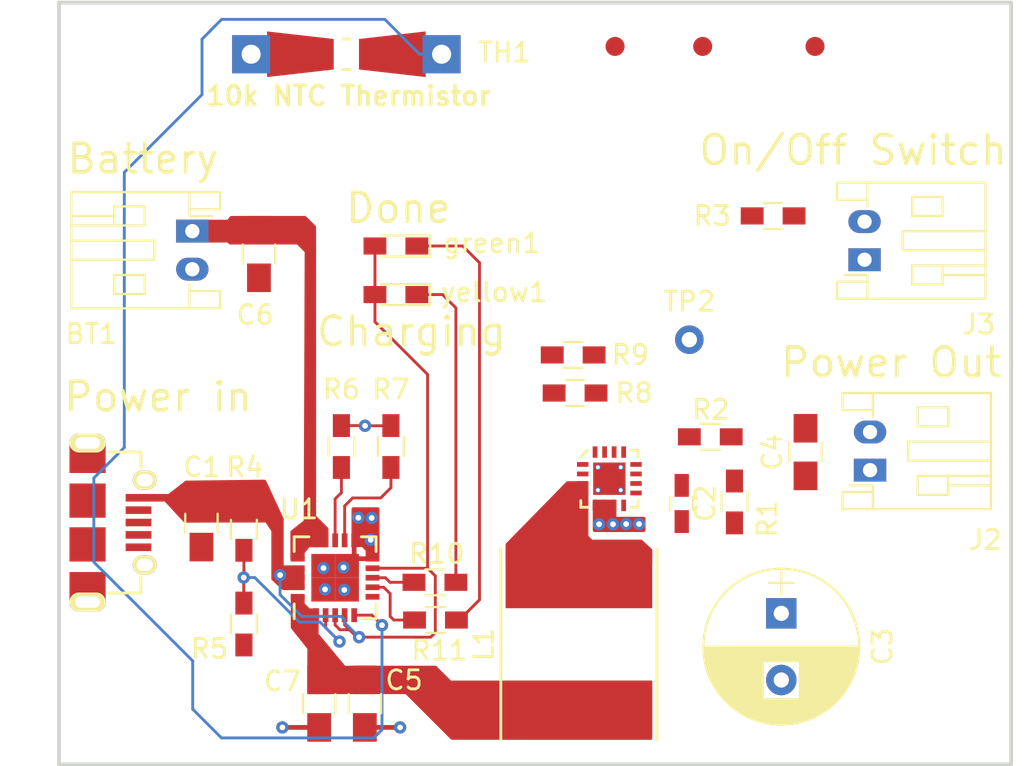
<source format=kicad_pcb>
(kicad_pcb (version 20170922) (host pcbnew "(2017-10-06 revision d6c0d32)-master")

(general
  (thickness 1.6)
  (drawings 11)
  (tracks 105)
  (zones 0)
  (modules 36)
  (nets 24)
)

(page A4)
(layers
  (0 F.Cu signal)
  (31 B.Cu signal)
  (32 B.Adhes user)
  (33 F.Adhes user)
  (34 B.Paste user)
  (35 F.Paste user)
  (36 B.SilkS user)
  (37 F.SilkS user)
  (38 B.Mask user)
  (39 F.Mask user)
  (40 Dwgs.User user)
  (41 Cmts.User user)
  (42 Eco1.User user)
  (43 Eco2.User user)
  (44 Edge.Cuts user)
  (45 Margin user)
  (46 B.CrtYd user)
  (47 F.CrtYd user)
  (48 B.Fab user)
  (49 F.Fab user)
)


(general
  (thickness 1.6)
  (drawings 11)
  (tracks 105)
  (zones 0)
  (modules 36)
  (nets 24)
)

(page A4)
(layers
  (0 F.Cu signal)
  (31 B.Cu signal)
  (32 B.Adhes user)
  (33 F.Adhes user)
  (34 B.Paste user)
  (35 F.Paste user)
  (36 B.SilkS user)
  (37 F.SilkS user)
  (38 B.Mask user)
  (39 F.Mask user)
  (40 Dwgs.User user)
  (41 Cmts.User user)
  (42 Eco1.User user)
  (43 Eco2.User user)
  (44 Edge.Cuts user)
  (45 Margin user)
  (46 B.CrtYd user)
  (47 F.CrtYd user)
  (48 B.Fab user)
  (49 F.Fab user)
)

(setup
  (last_trace_width 0.15)
  (user_trace_width 0.15)
  (user_trace_width 0.3)
  (user_trace_width 0.5)
  (user_trace_width 0.75)
  (trace_clearance 0.15)
  (zone_clearance 0.2)
  (zone_45_only no)
  (trace_min 0.15)
  (segment_width 0.2)
  (edge_width 0.15)
  (via_size 0.65)
  (via_drill 0.3)
  (via_min_size 0.65)
  (via_min_drill 0.3)
  (uvia_size 0.3)
  (uvia_drill 0.1)
  (uvias_allowed no)
  (uvia_min_size 0.2)
  (uvia_min_drill 0.1)
  (pcb_text_width 0.3)
  (pcb_text_size 1.5 1.5)
  (mod_edge_width 0.15)
  (mod_text_size 1 1)
  (mod_text_width 0.15)
  (pad_size 1.524 1.524)
  (pad_drill 0.762)
  (pad_to_mask_clearance 0.05)
  (aux_axis_origin 0 0)
  (visible_elements FFFDFF7F)
  (pcbplotparams
    (layerselection 0x00030_ffffffff)
    (usegerberextensions false)
    (usegerberattributes true)
    (usegerberadvancedattributes true)
    (creategerberjobfile true)
    (excludeedgelayer true)
    (linewidth 0.100000)
    (plotframeref false)
    (viasonmask false)
    (mode 1)
    (useauxorigin false)
    (hpglpennumber 1)
    (hpglpenspeed 20)
    (hpglpendiameter 15)
    (psnegative false)
    (psa4output false)
    (plotreference true)
    (plotvalue true)
    (plotinvisibletext false)
    (padsonsilk false)
    (subtractmaskfromsilk false)
    (outputformat 1)
    (mirror false)
    (drillshape 1)
    (scaleselection 1)
    (outputdirectory ""))
)

(net 0 "")
(net 1 /Vbat)
(net 2 /Vout)
(net 3 /Vusb)
(net 4 /5V175)
(net 5 "Net-(IC1-Pad2)")
(net 6 GND)
(net 7 "Net-(IC1-Pad9)")
(net 8 /enable)
(net 9 /low_battery)
(net 10 "Net-(IC1-Pad14)")
(net 11 "Net-(J1-Pad3)")
(net 12 "Net-(J1-Pad4)")
(net 13 "Net-(J1-Pad2)")
(net 14 "Net-(TH1-Pad1)")
(net 15 "Net-(R11-Pad1)")
(net 16 "Net-(R11-Pad2)")
(net 17 "Net-(R10-Pad2)")
(net 18 "Net-(R10-Pad1)")
(net 19 "Net-(R7-Pad1)")
(net 20 "Net-(R6-Pad1)")
(net 21 "Net-(R4-Pad1)")
(net 22 "Net-(U1-Pad6)")
(net 23 /SW)

(net_class Default "This is the default net class."
  (clearance 0.15)
  (trace_width 0.25)
  (via_dia 0.65)
  (via_drill 0.3)
  (uvia_dia 0.3)
  (uvia_drill 0.1)
  (add_net /5V175)
  (add_net /SW)
  (add_net /Vbat)
  (add_net /Vout)
  (add_net /Vusb)
  (add_net /enable)
  (add_net /low_battery)
  (add_net GND)
  (add_net "Net-(IC1-Pad14)")
  (add_net "Net-(IC1-Pad2)")
  (add_net "Net-(IC1-Pad9)")
  (add_net "Net-(J1-Pad2)")
  (add_net "Net-(J1-Pad3)")
  (add_net "Net-(J1-Pad4)")
  (add_net "Net-(R10-Pad1)")
  (add_net "Net-(R10-Pad2)")
  (add_net "Net-(R11-Pad1)")
  (add_net "Net-(R11-Pad2)")
  (add_net "Net-(R4-Pad1)")
  (add_net "Net-(R6-Pad1)")
  (add_net "Net-(R7-Pad1)")
  (add_net "Net-(TH1-Pad1)")
  (add_net "Net-(U1-Pad6)")
)

  (module Mounting_Holes:MountingHole_3.2mm_M3_ISO14580 locked (layer F.Cu) (tedit 59DC2012) (tstamp 59E123B0)
    (at 103.5 123.5)
    (descr "Mounting Hole 3.2mm, no annular, M3, ISO14580")
    (tags "mounting hole 3.2mm no annular m3 iso14580")
    (path /59FAF2DD)
    (attr virtual)
    (fp_text reference MK4 (at 0 -3.75) (layer F.SilkS) hide
      (effects (font (size 1 1) (thickness 0.15)))
    )
    (fp_text value Mounting_Hole (at 0 3.75) (layer F.Fab) hide
      (effects (font (size 1 1) (thickness 0.15)))
    )
    (fp_circle (center 0 0) (end 3 0) (layer F.CrtYd) (width 0.05))
    (fp_circle (center 0 0) (end 2.75 0) (layer Cmts.User) (width 0.15))
    (fp_text user %R (at 0.3 0) (layer F.Fab)
      (effects (font (size 1 1) (thickness 0.15)))
    )
    (pad 1 np_thru_hole circle (at 0 0) (size 3.2 3.2) (drill 3.2) (layers *.Cu *.Mask))
  )

  (module Capacitors_SMD:C_0603_HandSoldering (layer F.Cu) (tedit 58AA848B) (tstamp 59E125D8)
    (at 132.7 146.3 270)
    (descr "Capacitor SMD 0603, hand soldering")
    (tags "capacitor 0603")
    (path /59F0D2BD)
    (attr smd)
    (fp_text reference C2 (at 0 -1.25 270) (layer F.SilkS)
      (effects (font (size 1 1) (thickness 0.15)))
    )
    (fp_text value 0.1uF (at 0 1.5 270) (layer F.Fab)
      (effects (font (size 1 1) (thickness 0.15)))
    )
    (fp_line (start 1.8 0.65) (end -1.8 0.65) (layer F.CrtYd) (width 0.05))
    (fp_line (start 1.8 0.65) (end 1.8 -0.65) (layer F.CrtYd) (width 0.05))
    (fp_line (start -1.8 -0.65) (end -1.8 0.65) (layer F.CrtYd) (width 0.05))
    (fp_line (start -1.8 -0.65) (end 1.8 -0.65) (layer F.CrtYd) (width 0.05))
    (fp_line (start 0.35 0.6) (end -0.35 0.6) (layer F.SilkS) (width 0.12))
    (fp_line (start -0.35 -0.6) (end 0.35 -0.6) (layer F.SilkS) (width 0.12))
    (fp_line (start -0.8 -0.4) (end 0.8 -0.4) (layer F.Fab) (width 0.1))
    (fp_line (start 0.8 -0.4) (end 0.8 0.4) (layer F.Fab) (width 0.1))
    (fp_line (start 0.8 0.4) (end -0.8 0.4) (layer F.Fab) (width 0.1))
    (fp_line (start -0.8 0.4) (end -0.8 -0.4) (layer F.Fab) (width 0.1))
    (fp_text user %R (at 0 -1.25 270) (layer F.Fab)
      (effects (font (size 1 1) (thickness 0.15)))
    )
    (pad 2 smd rect (at 0.95 0 270) (size 1.2 0.75) (layers F.Cu F.Paste F.Mask)
      (net 6 GND))
    (pad 1 smd rect (at -0.95 0 270) (size 1.2 0.75) (layers F.Cu F.Paste F.Mask)
      (net 2 /Vout))
    (model Capacitors_SMD.3dshapes/C_0603.wrl
      (at (xyz 0 0 0))
      (scale (xyz 1 1 1))
      (rotate (xyz 0 0 0))
    )
  )

  (module Capacitors_SMD:C_0805_HandSoldering (layer F.Cu) (tedit 58AA84A8) (tstamp 59E125C7)
    (at 107.48 147.34 270)
    (descr "Capacitor SMD 0805, hand soldering")
    (tags "capacitor 0805")
    (path /59D98E5C)
    (attr smd)
    (fp_text reference C1 (at -2.95 -0.02) (layer F.SilkS)
      (effects (font (size 1 1) (thickness 0.15)))
    )
    (fp_text value 10uF (at 0 1.75 270) (layer F.Fab)
      (effects (font (size 1 1) (thickness 0.15)))
    )
    (fp_line (start 2.25 0.87) (end -2.25 0.87) (layer F.CrtYd) (width 0.05))
    (fp_line (start 2.25 0.87) (end 2.25 -0.88) (layer F.CrtYd) (width 0.05))
    (fp_line (start -2.25 -0.88) (end -2.25 0.87) (layer F.CrtYd) (width 0.05))
    (fp_line (start -2.25 -0.88) (end 2.25 -0.88) (layer F.CrtYd) (width 0.05))
    (fp_line (start -0.5 0.85) (end 0.5 0.85) (layer F.SilkS) (width 0.12))
    (fp_line (start 0.5 -0.85) (end -0.5 -0.85) (layer F.SilkS) (width 0.12))
    (fp_line (start -1 -0.62) (end 1 -0.62) (layer F.Fab) (width 0.1))
    (fp_line (start 1 -0.62) (end 1 0.62) (layer F.Fab) (width 0.1))
    (fp_line (start 1 0.62) (end -1 0.62) (layer F.Fab) (width 0.1))
    (fp_line (start -1 0.62) (end -1 -0.62) (layer F.Fab) (width 0.1))
    (fp_text user %R (at -2.95 -0.02) (layer F.Fab)
      (effects (font (size 1 1) (thickness 0.15)))
    )
    (pad 2 smd rect (at 1.25 0 270) (size 1.5 1.25) (layers F.Cu F.Paste F.Mask)
      (net 6 GND))
    (pad 1 smd rect (at -1.25 0 270) (size 1.5 1.25) (layers F.Cu F.Paste F.Mask)
      (net 3 /Vusb))
    (model Capacitors_SMD.3dshapes/C_0805.wrl
      (at (xyz 0 0 0))
      (scale (xyz 1 1 1))
      (rotate (xyz 0 0 0))
    )
  )

  (module Capacitors_SMD:C_0805_HandSoldering (layer F.Cu) (tedit 58AA84A8) (tstamp 59E125B6)
    (at 139.2 143.6 90)
    (descr "Capacitor SMD 0805, hand soldering")
    (tags "capacitor 0805")
    (path /59F32F78)
    (attr smd)
    (fp_text reference C4 (at 0 -1.75 90) (layer F.SilkS)
      (effects (font (size 1 1) (thickness 0.15)))
    )
    (fp_text value 10uF (at 0 1.75 90) (layer F.Fab)
      (effects (font (size 1 1) (thickness 0.15)))
    )
    (fp_text user %R (at 0 -1.75 90) (layer F.Fab)
      (effects (font (size 1 1) (thickness 0.15)))
    )
    (fp_line (start -1 0.62) (end -1 -0.62) (layer F.Fab) (width 0.1))
    (fp_line (start 1 0.62) (end -1 0.62) (layer F.Fab) (width 0.1))
    (fp_line (start 1 -0.62) (end 1 0.62) (layer F.Fab) (width 0.1))
    (fp_line (start -1 -0.62) (end 1 -0.62) (layer F.Fab) (width 0.1))
    (fp_line (start 0.5 -0.85) (end -0.5 -0.85) (layer F.SilkS) (width 0.12))
    (fp_line (start -0.5 0.85) (end 0.5 0.85) (layer F.SilkS) (width 0.12))
    (fp_line (start -2.25 -0.88) (end 2.25 -0.88) (layer F.CrtYd) (width 0.05))
    (fp_line (start -2.25 -0.88) (end -2.25 0.87) (layer F.CrtYd) (width 0.05))
    (fp_line (start 2.25 0.87) (end 2.25 -0.88) (layer F.CrtYd) (width 0.05))
    (fp_line (start 2.25 0.87) (end -2.25 0.87) (layer F.CrtYd) (width 0.05))
    (pad 1 smd rect (at -1.25 0 90) (size 1.5 1.25) (layers F.Cu F.Paste F.Mask)
      (net 4 /5V175))
    (pad 2 smd rect (at 1.25 0 90) (size 1.5 1.25) (layers F.Cu F.Paste F.Mask)
      (net 6 GND))
    (model Capacitors_SMD.3dshapes/C_0805.wrl
      (at (xyz 0 0 0))
      (scale (xyz 1 1 1))
      (rotate (xyz 0 0 0))
    )
  )

  (module Capacitors_SMD:C_0805_HandSoldering (layer F.Cu) (tedit 58AA84A8) (tstamp 59E125A5)
    (at 116.06 156.81 270)
    (descr "Capacitor SMD 0805, hand soldering")
    (tags "capacitor 0805")
    (path /59DC8009)
    (attr smd)
    (fp_text reference C5 (at -1.23 -2.06) (layer F.SilkS)
      (effects (font (size 1 1) (thickness 0.15)))
    )
    (fp_text value 10uF (at 0 1.75 270) (layer F.Fab)
      (effects (font (size 1 1) (thickness 0.15)))
    )
    (fp_line (start 2.25 0.87) (end -2.25 0.87) (layer F.CrtYd) (width 0.05))
    (fp_line (start 2.25 0.87) (end 2.25 -0.88) (layer F.CrtYd) (width 0.05))
    (fp_line (start -2.25 -0.88) (end -2.25 0.87) (layer F.CrtYd) (width 0.05))
    (fp_line (start -2.25 -0.88) (end 2.25 -0.88) (layer F.CrtYd) (width 0.05))
    (fp_line (start -0.5 0.85) (end 0.5 0.85) (layer F.SilkS) (width 0.12))
    (fp_line (start 0.5 -0.85) (end -0.5 -0.85) (layer F.SilkS) (width 0.12))
    (fp_line (start -1 -0.62) (end 1 -0.62) (layer F.Fab) (width 0.1))
    (fp_line (start 1 -0.62) (end 1 0.62) (layer F.Fab) (width 0.1))
    (fp_line (start 1 0.62) (end -1 0.62) (layer F.Fab) (width 0.1))
    (fp_line (start -1 0.62) (end -1 -0.62) (layer F.Fab) (width 0.1))
    (fp_text user %R (at -1.28 -2.21) (layer F.Fab)
      (effects (font (size 1 1) (thickness 0.15)))
    )
    (pad 2 smd rect (at 1.25 0 270) (size 1.5 1.25) (layers F.Cu F.Paste F.Mask)
      (net 6 GND))
    (pad 1 smd rect (at -1.25 0 270) (size 1.5 1.25) (layers F.Cu F.Paste F.Mask)
      (net 2 /Vout))
    (model Capacitors_SMD.3dshapes/C_0805.wrl
      (at (xyz 0 0 0))
      (scale (xyz 1 1 1))
      (rotate (xyz 0 0 0))
    )
  )

  (module Capacitors_SMD:C_0805_HandSoldering (layer F.Cu) (tedit 58AA84A8) (tstamp 59E12594)
    (at 110.5 133.2 270)
    (descr "Capacitor SMD 0805, hand soldering")
    (tags "capacitor 0805")
    (path /59D9EDD9)
    (attr smd)
    (fp_text reference C6 (at 3.2 0.2) (layer F.SilkS)
      (effects (font (size 1 1) (thickness 0.15)))
    )
    (fp_text value 10uF (at 0 1.75 270) (layer F.Fab)
      (effects (font (size 1 1) (thickness 0.15)))
    )
    (fp_text user %R (at 3.2 0.2) (layer F.Fab)
      (effects (font (size 1 1) (thickness 0.15)))
    )
    (fp_line (start -1 0.62) (end -1 -0.62) (layer F.Fab) (width 0.1))
    (fp_line (start 1 0.62) (end -1 0.62) (layer F.Fab) (width 0.1))
    (fp_line (start 1 -0.62) (end 1 0.62) (layer F.Fab) (width 0.1))
    (fp_line (start -1 -0.62) (end 1 -0.62) (layer F.Fab) (width 0.1))
    (fp_line (start 0.5 -0.85) (end -0.5 -0.85) (layer F.SilkS) (width 0.12))
    (fp_line (start -0.5 0.85) (end 0.5 0.85) (layer F.SilkS) (width 0.12))
    (fp_line (start -2.25 -0.88) (end 2.25 -0.88) (layer F.CrtYd) (width 0.05))
    (fp_line (start -2.25 -0.88) (end -2.25 0.87) (layer F.CrtYd) (width 0.05))
    (fp_line (start 2.25 0.87) (end 2.25 -0.88) (layer F.CrtYd) (width 0.05))
    (fp_line (start 2.25 0.87) (end -2.25 0.87) (layer F.CrtYd) (width 0.05))
    (pad 1 smd rect (at -1.25 0 270) (size 1.5 1.25) (layers F.Cu F.Paste F.Mask)
      (net 1 /Vbat))
    (pad 2 smd rect (at 1.25 0 270) (size 1.5 1.25) (layers F.Cu F.Paste F.Mask)
      (net 6 GND))
    (model Capacitors_SMD.3dshapes/C_0805.wrl
      (at (xyz 0 0 0))
      (scale (xyz 1 1 1))
      (rotate (xyz 0 0 0))
    )
  )

  (module Capacitors_SMD:C_0805_HandSoldering (layer F.Cu) (tedit 58AA84A8) (tstamp 59E12583)
    (at 113.66 156.81 270)
    (descr "Capacitor SMD 0805, hand soldering")
    (tags "capacitor 0805")
    (path /59DC8053)
    (attr smd)
    (fp_text reference C7 (at -1.17 1.93) (layer F.SilkS)
      (effects (font (size 1 1) (thickness 0.15)))
    )
    (fp_text value 10uF (at 0 1.75 270) (layer F.Fab)
      (effects (font (size 1 1) (thickness 0.15)))
    )
    (fp_line (start 2.25 0.87) (end -2.25 0.87) (layer F.CrtYd) (width 0.05))
    (fp_line (start 2.25 0.87) (end 2.25 -0.88) (layer F.CrtYd) (width 0.05))
    (fp_line (start -2.25 -0.88) (end -2.25 0.87) (layer F.CrtYd) (width 0.05))
    (fp_line (start -2.25 -0.88) (end 2.25 -0.88) (layer F.CrtYd) (width 0.05))
    (fp_line (start -0.5 0.85) (end 0.5 0.85) (layer F.SilkS) (width 0.12))
    (fp_line (start 0.5 -0.85) (end -0.5 -0.85) (layer F.SilkS) (width 0.12))
    (fp_line (start -1 -0.62) (end 1 -0.62) (layer F.Fab) (width 0.1))
    (fp_line (start 1 -0.62) (end 1 0.62) (layer F.Fab) (width 0.1))
    (fp_line (start 1 0.62) (end -1 0.62) (layer F.Fab) (width 0.1))
    (fp_line (start -1 0.62) (end -1 -0.62) (layer F.Fab) (width 0.1))
    (fp_text user %R (at -1.18 1.94) (layer F.Fab)
      (effects (font (size 1 1) (thickness 0.15)))
    )
    (pad 2 smd rect (at 1.25 0 270) (size 1.5 1.25) (layers F.Cu F.Paste F.Mask)
      (net 6 GND))
    (pad 1 smd rect (at -1.25 0 270) (size 1.5 1.25) (layers F.Cu F.Paste F.Mask)
      (net 2 /Vout))
    (model Capacitors_SMD.3dshapes/C_0805.wrl
      (at (xyz 0 0 0))
      (scale (xyz 1 1 1))
      (rotate (xyz 0 0 0))
    )
  )

  (module Capacitors_ThroughHole:CP_Radial_D8.0mm_P3.50mm (layer F.Cu) (tedit 597BC7C2) (tstamp 59E12572)
    (at 137.93 152.07 270)
    (descr "CP, Radial series, Radial, pin pitch=3.50mm, , diameter=8mm, Electrolytic Capacitor")
    (tags "CP Radial series Radial pin pitch 3.50mm  diameter 8mm Electrolytic Capacitor")
    (path /59F2FA52)
    (fp_text reference C3 (at 1.75 -5.31 270) (layer F.SilkS)
      (effects (font (size 1 1) (thickness 0.15)))
    )
    (fp_text value 100uF (at 1.75 5.31 270) (layer F.Fab)
      (effects (font (size 1 1) (thickness 0.15)))
    )
    (fp_text user %R (at 1.75 0 270) (layer F.Fab)
      (effects (font (size 1 1) (thickness 0.15)))
    )
    (fp_line (start 6.1 -4.35) (end -2.6 -4.35) (layer F.CrtYd) (width 0.05))
    (fp_line (start 6.1 4.35) (end 6.1 -4.35) (layer F.CrtYd) (width 0.05))
    (fp_line (start -2.6 4.35) (end 6.1 4.35) (layer F.CrtYd) (width 0.05))
    (fp_line (start -2.6 -4.35) (end -2.6 4.35) (layer F.CrtYd) (width 0.05))
    (fp_line (start -1.6 -0.65) (end -1.6 0.65) (layer F.SilkS) (width 0.12))
    (fp_line (start -2.2 0) (end -1 0) (layer F.SilkS) (width 0.12))
    (fp_line (start 5.831 -0.246) (end 5.831 0.246) (layer F.SilkS) (width 0.12))
    (fp_line (start 5.791 -0.598) (end 5.791 0.598) (layer F.SilkS) (width 0.12))
    (fp_line (start 5.751 -0.814) (end 5.751 0.814) (layer F.SilkS) (width 0.12))
    (fp_line (start 5.711 -0.983) (end 5.711 0.983) (layer F.SilkS) (width 0.12))
    (fp_line (start 5.671 -1.127) (end 5.671 1.127) (layer F.SilkS) (width 0.12))
    (fp_line (start 5.631 -1.254) (end 5.631 1.254) (layer F.SilkS) (width 0.12))
    (fp_line (start 5.591 -1.369) (end 5.591 1.369) (layer F.SilkS) (width 0.12))
    (fp_line (start 5.551 -1.473) (end 5.551 1.473) (layer F.SilkS) (width 0.12))
    (fp_line (start 5.511 -1.57) (end 5.511 1.57) (layer F.SilkS) (width 0.12))
    (fp_line (start 5.471 -1.66) (end 5.471 1.66) (layer F.SilkS) (width 0.12))
    (fp_line (start 5.431 -1.745) (end 5.431 1.745) (layer F.SilkS) (width 0.12))
    (fp_line (start 5.391 -1.826) (end 5.391 1.826) (layer F.SilkS) (width 0.12))
    (fp_line (start 5.351 -1.902) (end 5.351 1.902) (layer F.SilkS) (width 0.12))
    (fp_line (start 5.311 -1.974) (end 5.311 1.974) (layer F.SilkS) (width 0.12))
    (fp_line (start 5.271 -2.043) (end 5.271 2.043) (layer F.SilkS) (width 0.12))
    (fp_line (start 5.231 -2.109) (end 5.231 2.109) (layer F.SilkS) (width 0.12))
    (fp_line (start 5.191 -2.173) (end 5.191 2.173) (layer F.SilkS) (width 0.12))
    (fp_line (start 5.151 -2.234) (end 5.151 2.234) (layer F.SilkS) (width 0.12))
    (fp_line (start 5.111 -2.293) (end 5.111 2.293) (layer F.SilkS) (width 0.12))
    (fp_line (start 5.071 -2.349) (end 5.071 2.349) (layer F.SilkS) (width 0.12))
    (fp_line (start 5.031 -2.404) (end 5.031 2.404) (layer F.SilkS) (width 0.12))
    (fp_line (start 4.991 -2.457) (end 4.991 2.457) (layer F.SilkS) (width 0.12))
    (fp_line (start 4.951 -2.508) (end 4.951 2.508) (layer F.SilkS) (width 0.12))
    (fp_line (start 4.911 -2.557) (end 4.911 2.557) (layer F.SilkS) (width 0.12))
    (fp_line (start 4.871 -2.605) (end 4.871 2.605) (layer F.SilkS) (width 0.12))
    (fp_line (start 4.831 -2.652) (end 4.831 2.652) (layer F.SilkS) (width 0.12))
    (fp_line (start 4.791 -2.697) (end 4.791 2.697) (layer F.SilkS) (width 0.12))
    (fp_line (start 4.751 -2.74) (end 4.751 2.74) (layer F.SilkS) (width 0.12))
    (fp_line (start 4.711 -2.783) (end 4.711 2.783) (layer F.SilkS) (width 0.12))
    (fp_line (start 4.671 -2.824) (end 4.671 2.824) (layer F.SilkS) (width 0.12))
    (fp_line (start 4.631 -2.865) (end 4.631 2.865) (layer F.SilkS) (width 0.12))
    (fp_line (start 4.591 -2.904) (end 4.591 2.904) (layer F.SilkS) (width 0.12))
    (fp_line (start 4.551 -2.942) (end 4.551 2.942) (layer F.SilkS) (width 0.12))
    (fp_line (start 4.511 -2.979) (end 4.511 2.979) (layer F.SilkS) (width 0.12))
    (fp_line (start 4.471 0.98) (end 4.471 3.015) (layer F.SilkS) (width 0.12))
    (fp_line (start 4.471 -3.015) (end 4.471 -0.98) (layer F.SilkS) (width 0.12))
    (fp_line (start 4.431 0.98) (end 4.431 3.05) (layer F.SilkS) (width 0.12))
    (fp_line (start 4.431 -3.05) (end 4.431 -0.98) (layer F.SilkS) (width 0.12))
    (fp_line (start 4.391 0.98) (end 4.391 3.084) (layer F.SilkS) (width 0.12))
    (fp_line (start 4.391 -3.084) (end 4.391 -0.98) (layer F.SilkS) (width 0.12))
    (fp_line (start 4.351 0.98) (end 4.351 3.118) (layer F.SilkS) (width 0.12))
    (fp_line (start 4.351 -3.118) (end 4.351 -0.98) (layer F.SilkS) (width 0.12))
    (fp_line (start 4.311 0.98) (end 4.311 3.15) (layer F.SilkS) (width 0.12))
    (fp_line (start 4.311 -3.15) (end 4.311 -0.98) (layer F.SilkS) (width 0.12))
    (fp_line (start 4.271 0.98) (end 4.271 3.182) (layer F.SilkS) (width 0.12))
    (fp_line (start 4.271 -3.182) (end 4.271 -0.98) (layer F.SilkS) (width 0.12))
    (fp_line (start 4.231 0.98) (end 4.231 3.213) (layer F.SilkS) (width 0.12))
    (fp_line (start 4.231 -3.213) (end 4.231 -0.98) (layer F.SilkS) (width 0.12))
    (fp_line (start 4.191 0.98) (end 4.191 3.243) (layer F.SilkS) (width 0.12))
    (fp_line (start 4.191 -3.243) (end 4.191 -0.98) (layer F.SilkS) (width 0.12))
    (fp_line (start 4.151 0.98) (end 4.151 3.272) (layer F.SilkS) (width 0.12))
    (fp_line (start 4.151 -3.272) (end 4.151 -0.98) (layer F.SilkS) (width 0.12))
    (fp_line (start 4.111 0.98) (end 4.111 3.301) (layer F.SilkS) (width 0.12))
    (fp_line (start 4.111 -3.301) (end 4.111 -0.98) (layer F.SilkS) (width 0.12))
    (fp_line (start 4.071 0.98) (end 4.071 3.329) (layer F.SilkS) (width 0.12))
    (fp_line (start 4.071 -3.329) (end 4.071 -0.98) (layer F.SilkS) (width 0.12))
    (fp_line (start 4.031 0.98) (end 4.031 3.356) (layer F.SilkS) (width 0.12))
    (fp_line (start 4.031 -3.356) (end 4.031 -0.98) (layer F.SilkS) (width 0.12))
    (fp_line (start 3.991 0.98) (end 3.991 3.383) (layer F.SilkS) (width 0.12))
    (fp_line (start 3.991 -3.383) (end 3.991 -0.98) (layer F.SilkS) (width 0.12))
    (fp_line (start 3.951 0.98) (end 3.951 3.408) (layer F.SilkS) (width 0.12))
    (fp_line (start 3.951 -3.408) (end 3.951 -0.98) (layer F.SilkS) (width 0.12))
    (fp_line (start 3.911 0.98) (end 3.911 3.434) (layer F.SilkS) (width 0.12))
    (fp_line (start 3.911 -3.434) (end 3.911 -0.98) (layer F.SilkS) (width 0.12))
    (fp_line (start 3.871 0.98) (end 3.871 3.458) (layer F.SilkS) (width 0.12))
    (fp_line (start 3.871 -3.458) (end 3.871 -0.98) (layer F.SilkS) (width 0.12))
    (fp_line (start 3.831 0.98) (end 3.831 3.482) (layer F.SilkS) (width 0.12))
    (fp_line (start 3.831 -3.482) (end 3.831 -0.98) (layer F.SilkS) (width 0.12))
    (fp_line (start 3.791 0.98) (end 3.791 3.505) (layer F.SilkS) (width 0.12))
    (fp_line (start 3.791 -3.505) (end 3.791 -0.98) (layer F.SilkS) (width 0.12))
    (fp_line (start 3.751 0.98) (end 3.751 3.528) (layer F.SilkS) (width 0.12))
    (fp_line (start 3.751 -3.528) (end 3.751 -0.98) (layer F.SilkS) (width 0.12))
    (fp_line (start 3.711 0.98) (end 3.711 3.55) (layer F.SilkS) (width 0.12))
    (fp_line (start 3.711 -3.55) (end 3.711 -0.98) (layer F.SilkS) (width 0.12))
    (fp_line (start 3.671 0.98) (end 3.671 3.572) (layer F.SilkS) (width 0.12))
    (fp_line (start 3.671 -3.572) (end 3.671 -0.98) (layer F.SilkS) (width 0.12))
    (fp_line (start 3.631 0.98) (end 3.631 3.593) (layer F.SilkS) (width 0.12))
    (fp_line (start 3.631 -3.593) (end 3.631 -0.98) (layer F.SilkS) (width 0.12))
    (fp_line (start 3.591 0.98) (end 3.591 3.613) (layer F.SilkS) (width 0.12))
    (fp_line (start 3.591 -3.613) (end 3.591 -0.98) (layer F.SilkS) (width 0.12))
    (fp_line (start 3.551 0.98) (end 3.551 3.633) (layer F.SilkS) (width 0.12))
    (fp_line (start 3.551 -3.633) (end 3.551 -0.98) (layer F.SilkS) (width 0.12))
    (fp_line (start 3.511 0.98) (end 3.511 3.652) (layer F.SilkS) (width 0.12))
    (fp_line (start 3.511 -3.652) (end 3.511 -0.98) (layer F.SilkS) (width 0.12))
    (fp_line (start 3.471 0.98) (end 3.471 3.671) (layer F.SilkS) (width 0.12))
    (fp_line (start 3.471 -3.671) (end 3.471 -0.98) (layer F.SilkS) (width 0.12))
    (fp_line (start 3.431 0.98) (end 3.431 3.69) (layer F.SilkS) (width 0.12))
    (fp_line (start 3.431 -3.69) (end 3.431 -0.98) (layer F.SilkS) (width 0.12))
    (fp_line (start 3.391 0.98) (end 3.391 3.707) (layer F.SilkS) (width 0.12))
    (fp_line (start 3.391 -3.707) (end 3.391 -0.98) (layer F.SilkS) (width 0.12))
    (fp_line (start 3.351 0.98) (end 3.351 3.725) (layer F.SilkS) (width 0.12))
    (fp_line (start 3.351 -3.725) (end 3.351 -0.98) (layer F.SilkS) (width 0.12))
    (fp_line (start 3.311 0.98) (end 3.311 3.741) (layer F.SilkS) (width 0.12))
    (fp_line (start 3.311 -3.741) (end 3.311 -0.98) (layer F.SilkS) (width 0.12))
    (fp_line (start 3.271 0.98) (end 3.271 3.758) (layer F.SilkS) (width 0.12))
    (fp_line (start 3.271 -3.758) (end 3.271 -0.98) (layer F.SilkS) (width 0.12))
    (fp_line (start 3.231 0.98) (end 3.231 3.773) (layer F.SilkS) (width 0.12))
    (fp_line (start 3.231 -3.773) (end 3.231 -0.98) (layer F.SilkS) (width 0.12))
    (fp_line (start 3.191 0.98) (end 3.191 3.789) (layer F.SilkS) (width 0.12))
    (fp_line (start 3.191 -3.789) (end 3.191 -0.98) (layer F.SilkS) (width 0.12))
    (fp_line (start 3.151 0.98) (end 3.151 3.803) (layer F.SilkS) (width 0.12))
    (fp_line (start 3.151 -3.803) (end 3.151 -0.98) (layer F.SilkS) (width 0.12))
    (fp_line (start 3.111 0.98) (end 3.111 3.818) (layer F.SilkS) (width 0.12))
    (fp_line (start 3.111 -3.818) (end 3.111 -0.98) (layer F.SilkS) (width 0.12))
    (fp_line (start 3.071 0.98) (end 3.071 3.832) (layer F.SilkS) (width 0.12))
    (fp_line (start 3.071 -3.832) (end 3.071 -0.98) (layer F.SilkS) (width 0.12))
    (fp_line (start 3.031 0.98) (end 3.031 3.845) (layer F.SilkS) (width 0.12))
    (fp_line (start 3.031 -3.845) (end 3.031 -0.98) (layer F.SilkS) (width 0.12))
    (fp_line (start 2.991 0.98) (end 2.991 3.858) (layer F.SilkS) (width 0.12))
    (fp_line (start 2.991 -3.858) (end 2.991 -0.98) (layer F.SilkS) (width 0.12))
    (fp_line (start 2.951 0.98) (end 2.951 3.87) (layer F.SilkS) (width 0.12))
    (fp_line (start 2.951 -3.87) (end 2.951 -0.98) (layer F.SilkS) (width 0.12))
    (fp_line (start 2.911 0.98) (end 2.911 3.883) (layer F.SilkS) (width 0.12))
    (fp_line (start 2.911 -3.883) (end 2.911 -0.98) (layer F.SilkS) (width 0.12))
    (fp_line (start 2.871 0.98) (end 2.871 3.894) (layer F.SilkS) (width 0.12))
    (fp_line (start 2.871 -3.894) (end 2.871 -0.98) (layer F.SilkS) (width 0.12))
    (fp_line (start 2.831 0.98) (end 2.831 3.905) (layer F.SilkS) (width 0.12))
    (fp_line (start 2.831 -3.905) (end 2.831 -0.98) (layer F.SilkS) (width 0.12))
    (fp_line (start 2.791 0.98) (end 2.791 3.916) (layer F.SilkS) (width 0.12))
    (fp_line (start 2.791 -3.916) (end 2.791 -0.98) (layer F.SilkS) (width 0.12))
    (fp_line (start 2.751 0.98) (end 2.751 3.926) (layer F.SilkS) (width 0.12))
    (fp_line (start 2.751 -3.926) (end 2.751 -0.98) (layer F.SilkS) (width 0.12))
    (fp_line (start 2.711 0.98) (end 2.711 3.936) (layer F.SilkS) (width 0.12))
    (fp_line (start 2.711 -3.936) (end 2.711 -0.98) (layer F.SilkS) (width 0.12))
    (fp_line (start 2.671 0.98) (end 2.671 3.946) (layer F.SilkS) (width 0.12))
    (fp_line (start 2.671 -3.946) (end 2.671 -0.98) (layer F.SilkS) (width 0.12))
    (fp_line (start 2.631 0.98) (end 2.631 3.955) (layer F.SilkS) (width 0.12))
    (fp_line (start 2.631 -3.955) (end 2.631 -0.98) (layer F.SilkS) (width 0.12))
    (fp_line (start 2.591 0.98) (end 2.591 3.963) (layer F.SilkS) (width 0.12))
    (fp_line (start 2.591 -3.963) (end 2.591 -0.98) (layer F.SilkS) (width 0.12))
    (fp_line (start 2.551 0.98) (end 2.551 3.971) (layer F.SilkS) (width 0.12))
    (fp_line (start 2.551 -3.971) (end 2.551 -0.98) (layer F.SilkS) (width 0.12))
    (fp_line (start 2.511 -3.979) (end 2.511 3.979) (layer F.SilkS) (width 0.12))
    (fp_line (start 2.471 -3.987) (end 2.471 3.987) (layer F.SilkS) (width 0.12))
    (fp_line (start 2.43 -3.994) (end 2.43 3.994) (layer F.SilkS) (width 0.12))
    (fp_line (start 2.39 -4) (end 2.39 4) (layer F.SilkS) (width 0.12))
    (fp_line (start 2.35 -4.006) (end 2.35 4.006) (layer F.SilkS) (width 0.12))
    (fp_line (start 2.31 -4.012) (end 2.31 4.012) (layer F.SilkS) (width 0.12))
    (fp_line (start 2.27 -4.017) (end 2.27 4.017) (layer F.SilkS) (width 0.12))
    (fp_line (start 2.23 -4.022) (end 2.23 4.022) (layer F.SilkS) (width 0.12))
    (fp_line (start 2.19 -4.027) (end 2.19 4.027) (layer F.SilkS) (width 0.12))
    (fp_line (start 2.15 -4.031) (end 2.15 4.031) (layer F.SilkS) (width 0.12))
    (fp_line (start 2.11 -4.035) (end 2.11 4.035) (layer F.SilkS) (width 0.12))
    (fp_line (start 2.07 -4.038) (end 2.07 4.038) (layer F.SilkS) (width 0.12))
    (fp_line (start 2.03 -4.041) (end 2.03 4.041) (layer F.SilkS) (width 0.12))
    (fp_line (start 1.99 -4.043) (end 1.99 4.043) (layer F.SilkS) (width 0.12))
    (fp_line (start 1.95 -4.046) (end 1.95 4.046) (layer F.SilkS) (width 0.12))
    (fp_line (start 1.91 -4.047) (end 1.91 4.047) (layer F.SilkS) (width 0.12))
    (fp_line (start 1.87 -4.049) (end 1.87 4.049) (layer F.SilkS) (width 0.12))
    (fp_line (start 1.83 -4.05) (end 1.83 4.05) (layer F.SilkS) (width 0.12))
    (fp_line (start 1.79 -4.05) (end 1.79 4.05) (layer F.SilkS) (width 0.12))
    (fp_line (start 1.75 -4.05) (end 1.75 4.05) (layer F.SilkS) (width 0.12))
    (fp_line (start -1.6 -0.65) (end -1.6 0.65) (layer F.Fab) (width 0.1))
    (fp_line (start -2.2 0) (end -1 0) (layer F.Fab) (width 0.1))
    (fp_circle (center 1.75 0) (end 5.84 0) (layer F.SilkS) (width 0.12))
    (fp_circle (center 1.75 0) (end 5.75 0) (layer F.Fab) (width 0.1))
    (pad 2 thru_hole circle (at 3.5 0 270) (size 1.6 1.6) (drill 0.8) (layers *.Cu *.Mask)
      (net 6 GND))
    (pad 1 thru_hole rect (at 0 0 270) (size 1.6 1.6) (drill 0.8) (layers *.Cu *.Mask)
      (net 4 /5V175))
    (model ${KISYS3DMOD}/Capacitors_THT.3dshapes/CP_Radial_D8.0mm_P3.50mm.wrl
      (at (xyz 0 0 0))
      (scale (xyz 1 1 1))
      (rotate (xyz 0 0 0))
    )
  )

  (module Connectors_JST:JST_PH_S2B-PH-K_02x2.00mm_Angled (layer F.Cu) (tedit 58D3FE32) (tstamp 59E124C9)
    (at 142.3 133.5 90)
    (descr "JST PH series connector, S2B-PH-K, side entry type, through hole, Datasheet: http://www.jst-mfg.com/product/pdf/eng/ePH.pdf")
    (tags "connector jst ph")
    (path /59FBD39A)
    (fp_text reference J3 (at -3.4 6 180) (layer F.SilkS)
      (effects (font (size 1 1) (thickness 0.15)))
    )
    (fp_text value enable_switch (at 1 7.25 90) (layer F.Fab)
      (effects (font (size 1 1) (thickness 0.15)))
    )
    (fp_text user %R (at 1 2.5 90) (layer F.Fab)
      (effects (font (size 1 1) (thickness 0.15)))
    )
    (fp_line (start 0.5 1.35) (end 0 0.85) (layer F.Fab) (width 0.1))
    (fp_line (start -0.5 1.35) (end 0.5 1.35) (layer F.Fab) (width 0.1))
    (fp_line (start 0 0.85) (end -0.5 1.35) (layer F.Fab) (width 0.1))
    (fp_line (start -0.8 0.15) (end -0.8 -1.05) (layer F.SilkS) (width 0.12))
    (fp_line (start 3.25 0.25) (end -1.25 0.25) (layer F.Fab) (width 0.1))
    (fp_line (start 3.25 -1.35) (end 3.25 0.25) (layer F.Fab) (width 0.1))
    (fp_line (start 3.95 -1.35) (end 3.25 -1.35) (layer F.Fab) (width 0.1))
    (fp_line (start 3.95 6.25) (end 3.95 -1.35) (layer F.Fab) (width 0.1))
    (fp_line (start -1.95 6.25) (end 3.95 6.25) (layer F.Fab) (width 0.1))
    (fp_line (start -1.95 -1.35) (end -1.95 6.25) (layer F.Fab) (width 0.1))
    (fp_line (start -1.25 -1.35) (end -1.95 -1.35) (layer F.Fab) (width 0.1))
    (fp_line (start -1.25 0.25) (end -1.25 -1.35) (layer F.Fab) (width 0.1))
    (fp_line (start 4.45 -1.85) (end -2.45 -1.85) (layer F.CrtYd) (width 0.05))
    (fp_line (start 4.45 6.75) (end 4.45 -1.85) (layer F.CrtYd) (width 0.05))
    (fp_line (start -2.45 6.75) (end 4.45 6.75) (layer F.CrtYd) (width 0.05))
    (fp_line (start -2.45 -1.85) (end -2.45 6.75) (layer F.CrtYd) (width 0.05))
    (fp_line (start -0.8 4.1) (end -0.8 6.35) (layer F.SilkS) (width 0.12))
    (fp_line (start -0.3 4.1) (end -0.3 6.35) (layer F.SilkS) (width 0.12))
    (fp_line (start 2.3 2.5) (end 3.3 2.5) (layer F.SilkS) (width 0.12))
    (fp_line (start 2.3 4.1) (end 2.3 2.5) (layer F.SilkS) (width 0.12))
    (fp_line (start 3.3 4.1) (end 2.3 4.1) (layer F.SilkS) (width 0.12))
    (fp_line (start 3.3 2.5) (end 3.3 4.1) (layer F.SilkS) (width 0.12))
    (fp_line (start -0.3 2.5) (end -1.3 2.5) (layer F.SilkS) (width 0.12))
    (fp_line (start -0.3 4.1) (end -0.3 2.5) (layer F.SilkS) (width 0.12))
    (fp_line (start -1.3 4.1) (end -0.3 4.1) (layer F.SilkS) (width 0.12))
    (fp_line (start -1.3 2.5) (end -1.3 4.1) (layer F.SilkS) (width 0.12))
    (fp_line (start 4.05 0.15) (end 3.15 0.15) (layer F.SilkS) (width 0.12))
    (fp_line (start -2.05 0.15) (end -1.15 0.15) (layer F.SilkS) (width 0.12))
    (fp_line (start 3.15 0.15) (end 2.8 0.15) (layer F.SilkS) (width 0.12))
    (fp_line (start 3.15 -1.45) (end 3.15 0.15) (layer F.SilkS) (width 0.12))
    (fp_line (start 4.05 -1.45) (end 3.15 -1.45) (layer F.SilkS) (width 0.12))
    (fp_line (start 4.05 6.35) (end 4.05 -1.45) (layer F.SilkS) (width 0.12))
    (fp_line (start -2.05 6.35) (end 4.05 6.35) (layer F.SilkS) (width 0.12))
    (fp_line (start -2.05 -1.45) (end -2.05 6.35) (layer F.SilkS) (width 0.12))
    (fp_line (start -1.15 -1.45) (end -2.05 -1.45) (layer F.SilkS) (width 0.12))
    (fp_line (start -1.15 0.15) (end -1.15 -1.45) (layer F.SilkS) (width 0.12))
    (fp_line (start -0.8 0.15) (end -1.15 0.15) (layer F.SilkS) (width 0.12))
    (fp_line (start 1.5 2) (end 1.5 6.35) (layer F.SilkS) (width 0.12))
    (fp_line (start 0.5 2) (end 1.5 2) (layer F.SilkS) (width 0.12))
    (fp_line (start 0.5 6.35) (end 0.5 2) (layer F.SilkS) (width 0.12))
    (pad 2 thru_hole oval (at 2 0 90) (size 1.2 1.7) (drill 0.75) (layers *.Cu *.Mask)
      (net 8 /enable))
    (pad 1 thru_hole rect (at 0 0 90) (size 1.2 1.7) (drill 0.75) (layers *.Cu *.Mask)
      (net 6 GND))
    (model ${KISYS3DMOD}/Connectors_JST.3dshapes/JST_PH_S2B-PH-K_02x2.00mm_Angled.wrl
      (at (xyz 0 0 0))
      (scale (xyz 1 1 1))
      (rotate (xyz 0 0 0))
    )
  )

  (module Connectors_JST:JST_PH_S2B-PH-K_02x2.00mm_Angled (layer F.Cu) (tedit 58D3FE32) (tstamp 59E1249A)
    (at 107 132 270)
    (descr "JST PH series connector, S2B-PH-K, side entry type, through hole, Datasheet: http://www.jst-mfg.com/product/pdf/eng/ePH.pdf")
    (tags "connector jst ph")
    (path /59D9D37D)
    (fp_text reference BT1 (at 5.4 5.3) (layer F.SilkS)
      (effects (font (size 1 1) (thickness 0.15)))
    )
    (fp_text value "Battery connector" (at 1 7.25 270) (layer F.Fab)
      (effects (font (size 1 1) (thickness 0.15)))
    )
    (fp_line (start 0.5 6.35) (end 0.5 2) (layer F.SilkS) (width 0.12))
    (fp_line (start 0.5 2) (end 1.5 2) (layer F.SilkS) (width 0.12))
    (fp_line (start 1.5 2) (end 1.5 6.35) (layer F.SilkS) (width 0.12))
    (fp_line (start -0.8 0.15) (end -1.15 0.15) (layer F.SilkS) (width 0.12))
    (fp_line (start -1.15 0.15) (end -1.15 -1.45) (layer F.SilkS) (width 0.12))
    (fp_line (start -1.15 -1.45) (end -2.05 -1.45) (layer F.SilkS) (width 0.12))
    (fp_line (start -2.05 -1.45) (end -2.05 6.35) (layer F.SilkS) (width 0.12))
    (fp_line (start -2.05 6.35) (end 4.05 6.35) (layer F.SilkS) (width 0.12))
    (fp_line (start 4.05 6.35) (end 4.05 -1.45) (layer F.SilkS) (width 0.12))
    (fp_line (start 4.05 -1.45) (end 3.15 -1.45) (layer F.SilkS) (width 0.12))
    (fp_line (start 3.15 -1.45) (end 3.15 0.15) (layer F.SilkS) (width 0.12))
    (fp_line (start 3.15 0.15) (end 2.8 0.15) (layer F.SilkS) (width 0.12))
    (fp_line (start -2.05 0.15) (end -1.15 0.15) (layer F.SilkS) (width 0.12))
    (fp_line (start 4.05 0.15) (end 3.15 0.15) (layer F.SilkS) (width 0.12))
    (fp_line (start -1.3 2.5) (end -1.3 4.1) (layer F.SilkS) (width 0.12))
    (fp_line (start -1.3 4.1) (end -0.3 4.1) (layer F.SilkS) (width 0.12))
    (fp_line (start -0.3 4.1) (end -0.3 2.5) (layer F.SilkS) (width 0.12))
    (fp_line (start -0.3 2.5) (end -1.3 2.5) (layer F.SilkS) (width 0.12))
    (fp_line (start 3.3 2.5) (end 3.3 4.1) (layer F.SilkS) (width 0.12))
    (fp_line (start 3.3 4.1) (end 2.3 4.1) (layer F.SilkS) (width 0.12))
    (fp_line (start 2.3 4.1) (end 2.3 2.5) (layer F.SilkS) (width 0.12))
    (fp_line (start 2.3 2.5) (end 3.3 2.5) (layer F.SilkS) (width 0.12))
    (fp_line (start -0.3 4.1) (end -0.3 6.35) (layer F.SilkS) (width 0.12))
    (fp_line (start -0.8 4.1) (end -0.8 6.35) (layer F.SilkS) (width 0.12))
    (fp_line (start -2.45 -1.85) (end -2.45 6.75) (layer F.CrtYd) (width 0.05))
    (fp_line (start -2.45 6.75) (end 4.45 6.75) (layer F.CrtYd) (width 0.05))
    (fp_line (start 4.45 6.75) (end 4.45 -1.85) (layer F.CrtYd) (width 0.05))
    (fp_line (start 4.45 -1.85) (end -2.45 -1.85) (layer F.CrtYd) (width 0.05))
    (fp_line (start -1.25 0.25) (end -1.25 -1.35) (layer F.Fab) (width 0.1))
    (fp_line (start -1.25 -1.35) (end -1.95 -1.35) (layer F.Fab) (width 0.1))
    (fp_line (start -1.95 -1.35) (end -1.95 6.25) (layer F.Fab) (width 0.1))
    (fp_line (start -1.95 6.25) (end 3.95 6.25) (layer F.Fab) (width 0.1))
    (fp_line (start 3.95 6.25) (end 3.95 -1.35) (layer F.Fab) (width 0.1))
    (fp_line (start 3.95 -1.35) (end 3.25 -1.35) (layer F.Fab) (width 0.1))
    (fp_line (start 3.25 -1.35) (end 3.25 0.25) (layer F.Fab) (width 0.1))
    (fp_line (start 3.25 0.25) (end -1.25 0.25) (layer F.Fab) (width 0.1))
    (fp_line (start -0.8 0.15) (end -0.8 -1.05) (layer F.SilkS) (width 0.12))
    (fp_line (start 0 0.85) (end -0.5 1.35) (layer F.Fab) (width 0.1))
    (fp_line (start -0.5 1.35) (end 0.5 1.35) (layer F.Fab) (width 0.1))
    (fp_line (start 0.5 1.35) (end 0 0.85) (layer F.Fab) (width 0.1))
    (fp_text user %R (at 1 2.5 270) (layer F.Fab)
      (effects (font (size 1 1) (thickness 0.15)))
    )
    (pad 1 thru_hole rect (at 0 0 270) (size 1.2 1.7) (drill 0.75) (layers *.Cu *.Mask)
      (net 1 /Vbat))
    (pad 2 thru_hole oval (at 2 0 270) (size 1.2 1.7) (drill 0.75) (layers *.Cu *.Mask)
      (net 6 GND))
    (model ${KISYS3DMOD}/Connectors_JST.3dshapes/JST_PH_S2B-PH-K_02x2.00mm_Angled.wrl
      (at (xyz 0 0 0))
      (scale (xyz 1 1 1))
      (rotate (xyz 0 0 0))
    )
  )

  (module Connectors_JST:JST_PH_S2B-PH-K_02x2.00mm_Angled (layer F.Cu) (tedit 58D3FE32) (tstamp 59E1246B)
    (at 142.59 144.55 90)
    (descr "JST PH series connector, S2B-PH-K, side entry type, through hole, Datasheet: http://www.jst-mfg.com/product/pdf/eng/ePH.pdf")
    (tags "connector jst ph")
    (path /59FBD6E0)
    (fp_text reference J2 (at -3.66 6.05 180) (layer F.SilkS)
      (effects (font (size 1 1) (thickness 0.15)))
    )
    (fp_text value 5V175_out (at 1 7.25 90) (layer F.Fab)
      (effects (font (size 1 1) (thickness 0.15)))
    )
    (fp_text user %R (at 1 2.5 90) (layer F.Fab)
      (effects (font (size 1 1) (thickness 0.15)))
    )
    (fp_line (start 0.5 1.35) (end 0 0.85) (layer F.Fab) (width 0.1))
    (fp_line (start -0.5 1.35) (end 0.5 1.35) (layer F.Fab) (width 0.1))
    (fp_line (start 0 0.85) (end -0.5 1.35) (layer F.Fab) (width 0.1))
    (fp_line (start -0.8 0.15) (end -0.8 -1.05) (layer F.SilkS) (width 0.12))
    (fp_line (start 3.25 0.25) (end -1.25 0.25) (layer F.Fab) (width 0.1))
    (fp_line (start 3.25 -1.35) (end 3.25 0.25) (layer F.Fab) (width 0.1))
    (fp_line (start 3.95 -1.35) (end 3.25 -1.35) (layer F.Fab) (width 0.1))
    (fp_line (start 3.95 6.25) (end 3.95 -1.35) (layer F.Fab) (width 0.1))
    (fp_line (start -1.95 6.25) (end 3.95 6.25) (layer F.Fab) (width 0.1))
    (fp_line (start -1.95 -1.35) (end -1.95 6.25) (layer F.Fab) (width 0.1))
    (fp_line (start -1.25 -1.35) (end -1.95 -1.35) (layer F.Fab) (width 0.1))
    (fp_line (start -1.25 0.25) (end -1.25 -1.35) (layer F.Fab) (width 0.1))
    (fp_line (start 4.45 -1.85) (end -2.45 -1.85) (layer F.CrtYd) (width 0.05))
    (fp_line (start 4.45 6.75) (end 4.45 -1.85) (layer F.CrtYd) (width 0.05))
    (fp_line (start -2.45 6.75) (end 4.45 6.75) (layer F.CrtYd) (width 0.05))
    (fp_line (start -2.45 -1.85) (end -2.45 6.75) (layer F.CrtYd) (width 0.05))
    (fp_line (start -0.8 4.1) (end -0.8 6.35) (layer F.SilkS) (width 0.12))
    (fp_line (start -0.3 4.1) (end -0.3 6.35) (layer F.SilkS) (width 0.12))
    (fp_line (start 2.3 2.5) (end 3.3 2.5) (layer F.SilkS) (width 0.12))
    (fp_line (start 2.3 4.1) (end 2.3 2.5) (layer F.SilkS) (width 0.12))
    (fp_line (start 3.3 4.1) (end 2.3 4.1) (layer F.SilkS) (width 0.12))
    (fp_line (start 3.3 2.5) (end 3.3 4.1) (layer F.SilkS) (width 0.12))
    (fp_line (start -0.3 2.5) (end -1.3 2.5) (layer F.SilkS) (width 0.12))
    (fp_line (start -0.3 4.1) (end -0.3 2.5) (layer F.SilkS) (width 0.12))
    (fp_line (start -1.3 4.1) (end -0.3 4.1) (layer F.SilkS) (width 0.12))
    (fp_line (start -1.3 2.5) (end -1.3 4.1) (layer F.SilkS) (width 0.12))
    (fp_line (start 4.05 0.15) (end 3.15 0.15) (layer F.SilkS) (width 0.12))
    (fp_line (start -2.05 0.15) (end -1.15 0.15) (layer F.SilkS) (width 0.12))
    (fp_line (start 3.15 0.15) (end 2.8 0.15) (layer F.SilkS) (width 0.12))
    (fp_line (start 3.15 -1.45) (end 3.15 0.15) (layer F.SilkS) (width 0.12))
    (fp_line (start 4.05 -1.45) (end 3.15 -1.45) (layer F.SilkS) (width 0.12))
    (fp_line (start 4.05 6.35) (end 4.05 -1.45) (layer F.SilkS) (width 0.12))
    (fp_line (start -2.05 6.35) (end 4.05 6.35) (layer F.SilkS) (width 0.12))
    (fp_line (start -2.05 -1.45) (end -2.05 6.35) (layer F.SilkS) (width 0.12))
    (fp_line (start -1.15 -1.45) (end -2.05 -1.45) (layer F.SilkS) (width 0.12))
    (fp_line (start -1.15 0.15) (end -1.15 -1.45) (layer F.SilkS) (width 0.12))
    (fp_line (start -0.8 0.15) (end -1.15 0.15) (layer F.SilkS) (width 0.12))
    (fp_line (start 1.5 2) (end 1.5 6.35) (layer F.SilkS) (width 0.12))
    (fp_line (start 0.5 2) (end 1.5 2) (layer F.SilkS) (width 0.12))
    (fp_line (start 0.5 6.35) (end 0.5 2) (layer F.SilkS) (width 0.12))
    (pad 2 thru_hole oval (at 2 0 90) (size 1.2 1.7) (drill 0.75) (layers *.Cu *.Mask)
      (net 6 GND))
    (pad 1 thru_hole rect (at 0 0 90) (size 1.2 1.7) (drill 0.75) (layers *.Cu *.Mask)
      (net 4 /5V175))
    (model ${KISYS3DMOD}/Connectors_JST.3dshapes/JST_PH_S2B-PH-K_02x2.00mm_Angled.wrl
      (at (xyz 0 0 0))
      (scale (xyz 1 1 1))
      (rotate (xyz 0 0 0))
    )
  )

  (module Housings_DFN_QFN:QFN-20-1EP_4x4mm_Pitch0.5mm (layer F.Cu) (tedit 54130A77) (tstamp 59E1243C)
    (at 114.5 150.2 90)
    (descr "20-Lead Plastic Quad Flat, No Lead Package (ML) - 4x4x0.9 mm Body [QFN]; (see Microchip Packaging Specification 00000049BS.pdf)")
    (tags "QFN 0.5")
    (path /59D910F2)
    (attr smd)
    (fp_text reference U1 (at 3.6 -1.9 180) (layer F.SilkS)
      (effects (font (size 1 1) (thickness 0.15)))
    )
    (fp_text value MCP73871-2AA (at 0.75 4.25 90) (layer F.Fab)
      (effects (font (size 1 1) (thickness 0.15)))
    )
    (fp_line (start 2.15 -2.15) (end 1.375 -2.15) (layer F.SilkS) (width 0.15))
    (fp_line (start 2.15 2.15) (end 1.375 2.15) (layer F.SilkS) (width 0.15))
    (fp_line (start -2.15 2.15) (end -1.375 2.15) (layer F.SilkS) (width 0.15))
    (fp_line (start -2.15 -2.15) (end -1.375 -2.15) (layer F.SilkS) (width 0.15))
    (fp_line (start 2.15 2.15) (end 2.15 1.375) (layer F.SilkS) (width 0.15))
    (fp_line (start -2.15 2.15) (end -2.15 1.375) (layer F.SilkS) (width 0.15))
    (fp_line (start 2.15 -2.15) (end 2.15 -1.375) (layer F.SilkS) (width 0.15))
    (fp_line (start -2.6 2.6) (end 2.6 2.6) (layer F.CrtYd) (width 0.05))
    (fp_line (start -2.6 -2.6) (end 2.6 -2.6) (layer F.CrtYd) (width 0.05))
    (fp_line (start 2.6 -2.6) (end 2.6 2.6) (layer F.CrtYd) (width 0.05))
    (fp_line (start -2.6 -2.6) (end -2.6 2.6) (layer F.CrtYd) (width 0.05))
    (fp_line (start -2 -1) (end -1 -2) (layer F.Fab) (width 0.15))
    (fp_line (start -2 2) (end -2 -1) (layer F.Fab) (width 0.15))
    (fp_line (start 2 2) (end -2 2) (layer F.Fab) (width 0.15))
    (fp_line (start 2 -2) (end 2 2) (layer F.Fab) (width 0.15))
    (fp_line (start -1 -2) (end 2 -2) (layer F.Fab) (width 0.15))
    (pad 21 smd rect (at -0.625 -0.625 90) (size 1.25 1.25) (layers F.Cu F.Paste F.Mask)
      (net 6 GND) (solder_paste_margin_ratio -0.2))
    (pad 21 smd rect (at -0.625 0.625 90) (size 1.25 1.25) (layers F.Cu F.Paste F.Mask)
      (net 6 GND) (solder_paste_margin_ratio -0.2))
    (pad 21 smd rect (at 0.625 -0.625 90) (size 1.25 1.25) (layers F.Cu F.Paste F.Mask)
      (net 6 GND) (solder_paste_margin_ratio -0.2))
    (pad 21 smd rect (at 0.625 0.625 90) (size 1.25 1.25) (layers F.Cu F.Paste F.Mask)
      (net 6 GND) (solder_paste_margin_ratio -0.2))
    (pad 20 smd rect (at -1 -1.965 180) (size 0.73 0.3) (layers F.Cu F.Paste F.Mask)
      (net 2 /Vout))
    (pad 19 smd rect (at -0.5 -1.965 180) (size 0.73 0.3) (layers F.Cu F.Paste F.Mask)
      (net 3 /Vusb))
    (pad 18 smd rect (at 0 -1.965 180) (size 0.73 0.3) (layers F.Cu F.Paste F.Mask)
      (net 3 /Vusb))
    (pad 17 smd rect (at 0.5 -1.965 180) (size 0.73 0.3) (layers F.Cu F.Paste F.Mask)
      (net 3 /Vusb))
    (pad 16 smd rect (at 1 -1.965 180) (size 0.73 0.3) (layers F.Cu F.Paste F.Mask)
      (net 1 /Vbat))
    (pad 15 smd rect (at 1.965 -1 90) (size 0.73 0.3) (layers F.Cu F.Paste F.Mask)
      (net 1 /Vbat))
    (pad 14 smd rect (at 1.965 -0.5 90) (size 0.73 0.3) (layers F.Cu F.Paste F.Mask)
      (net 1 /Vbat))
    (pad 13 smd rect (at 1.965 0 90) (size 0.73 0.3) (layers F.Cu F.Paste F.Mask)
      (net 20 "Net-(R6-Pad1)"))
    (pad 12 smd rect (at 1.965 0.5 90) (size 0.73 0.3) (layers F.Cu F.Paste F.Mask)
      (net 19 "Net-(R7-Pad1)"))
    (pad 11 smd rect (at 1.965 1 90) (size 0.73 0.3) (layers F.Cu F.Paste F.Mask)
      (net 6 GND))
    (pad 10 smd rect (at 1 1.965 180) (size 0.73 0.3) (layers F.Cu F.Paste F.Mask)
      (net 6 GND))
    (pad 9 smd rect (at 0.5 1.965 180) (size 0.73 0.3) (layers F.Cu F.Paste F.Mask)
      (net 3 /Vusb))
    (pad 8 smd rect (at 0 1.965 180) (size 0.73 0.3) (layers F.Cu F.Paste F.Mask)
      (net 17 "Net-(R10-Pad2)"))
    (pad 7 smd rect (at -0.5 1.965 180) (size 0.73 0.3) (layers F.Cu F.Paste F.Mask)
      (net 16 "Net-(R11-Pad2)"))
    (pad 6 smd rect (at -1 1.965 180) (size 0.73 0.3) (layers F.Cu F.Paste F.Mask)
      (net 22 "Net-(U1-Pad6)"))
    (pad 5 smd rect (at -1.965 1 90) (size 0.73 0.3) (layers F.Cu F.Paste F.Mask)
      (net 14 "Net-(TH1-Pad1)"))
    (pad 4 smd rect (at -1.965 0.5 90) (size 0.73 0.3) (layers F.Cu F.Paste F.Mask)
      (net 3 /Vusb))
    (pad 3 smd rect (at -1.965 0 90) (size 0.73 0.3) (layers F.Cu F.Paste F.Mask)
      (net 3 /Vusb))
    (pad 2 smd rect (at -1.965 -0.5 90) (size 0.73 0.3) (layers F.Cu F.Paste F.Mask)
      (net 21 "Net-(R4-Pad1)"))
    (pad 1 smd rect (at -1.965 -1 90) (size 0.73 0.3) (layers F.Cu F.Paste F.Mask)
      (net 2 /Vout))
    (model ${KISYS3DMOD}/Housings_DFN_QFN.3dshapes/QFN-20-1EP_4x4mm_Pitch0.5mm.wrl
      (at (xyz 0 0 0))
      (scale (xyz 1 1 1))
      (rotate (xyz 0 0 0))
    )
  )

  (module Inductors:Inductor_Taiyo-Yuden_NR-80xx_HandSoldering (layer F.Cu) (tedit 574C3AE4) (tstamp 59E12410)
    (at 127.3 153.7 90)
    (descr "Inductor, Taiyo Yuden, NR series, Taiyo-Yuden_NR-80xx, 8.0mmx8.0mm")
    (tags "inductor taiyo-yuden nr smd")
    (path /59E33161)
    (attr smd)
    (fp_text reference L1 (at 0 -5 90) (layer F.SilkS)
      (effects (font (size 1 1) (thickness 0.15)))
    )
    (fp_text value 10uH (at 0 5.5 90) (layer F.Fab)
      (effects (font (size 1 1) (thickness 0.15)))
    )
    (fp_line (start 5.25 -4.25) (end -5.25 -4.25) (layer F.CrtYd) (width 0.05))
    (fp_line (start 5.25 4.25) (end 5.25 -4.25) (layer F.CrtYd) (width 0.05))
    (fp_line (start -5.25 4.25) (end 5.25 4.25) (layer F.CrtYd) (width 0.05))
    (fp_line (start -5.25 -4.25) (end -5.25 4.25) (layer F.CrtYd) (width 0.05))
    (fp_line (start -5 4.1) (end 5 4.1) (layer F.SilkS) (width 0.15))
    (fp_line (start -5 -4.1) (end 5 -4.1) (layer F.SilkS) (width 0.15))
    (fp_line (start -2.8 4) (end 0 4) (layer F.Fab) (width 0.15))
    (fp_line (start -4 2.8) (end -2.8 4) (layer F.Fab) (width 0.15))
    (fp_line (start -4 0) (end -4 2.8) (layer F.Fab) (width 0.15))
    (fp_line (start 2.8 4) (end 0 4) (layer F.Fab) (width 0.15))
    (fp_line (start 4 2.8) (end 2.8 4) (layer F.Fab) (width 0.15))
    (fp_line (start 4 0) (end 4 2.8) (layer F.Fab) (width 0.15))
    (fp_line (start 2.8 -4) (end 0 -4) (layer F.Fab) (width 0.15))
    (fp_line (start 4 -2.8) (end 2.8 -4) (layer F.Fab) (width 0.15))
    (fp_line (start 4 0) (end 4 -2.8) (layer F.Fab) (width 0.15))
    (fp_line (start -2.8 -4) (end 0 -4) (layer F.Fab) (width 0.15))
    (fp_line (start -4 -2.8) (end -2.8 -4) (layer F.Fab) (width 0.15))
    (fp_line (start -4 0) (end -4 -2.8) (layer F.Fab) (width 0.15))
    (pad 2 smd rect (at 3.45 0 90) (size 3.1 7.7) (layers F.Cu F.Paste F.Mask)
      (net 23 /SW))
    (pad 1 smd rect (at -3.45 0 90) (size 3.1 7.7) (layers F.Cu F.Paste F.Mask)
      (net 2 /Vout))
    (model Inductors.3dshapes/Inductor_Taiyo-Yuden_NR-80xx.wrl
      (at (xyz 0 0 0))
      (scale (xyz 1 1 1))
      (rotate (xyz 0 0 0))
    )
  )

  (module LEDs:LED_0603_HandSoldering (layer F.Cu) (tedit 595FC9C0) (tstamp 59E123F8)
    (at 117.69 132.78 180)
    (descr "LED SMD 0603, hand soldering")
    (tags "LED 0603")
    (path /59DA7F2A)
    (attr smd)
    (fp_text reference green1 (at -5.04 0.15 180) (layer F.SilkS)
      (effects (font (size 1 1) (thickness 0.15)))
    )
    (fp_text value done (at 0 1.55 180) (layer F.Fab)
      (effects (font (size 1 1) (thickness 0.15)))
    )
    (fp_line (start -1.8 -0.55) (end -1.8 0.55) (layer F.SilkS) (width 0.12))
    (fp_line (start -0.2 -0.2) (end -0.2 0.2) (layer F.Fab) (width 0.1))
    (fp_line (start -0.15 0) (end 0.15 -0.2) (layer F.Fab) (width 0.1))
    (fp_line (start 0.15 0.2) (end -0.15 0) (layer F.Fab) (width 0.1))
    (fp_line (start 0.15 -0.2) (end 0.15 0.2) (layer F.Fab) (width 0.1))
    (fp_line (start 0.8 0.4) (end -0.8 0.4) (layer F.Fab) (width 0.1))
    (fp_line (start 0.8 -0.4) (end 0.8 0.4) (layer F.Fab) (width 0.1))
    (fp_line (start -0.8 -0.4) (end 0.8 -0.4) (layer F.Fab) (width 0.1))
    (fp_line (start -1.8 0.55) (end 0.8 0.55) (layer F.SilkS) (width 0.12))
    (fp_line (start -1.8 -0.55) (end 0.8 -0.55) (layer F.SilkS) (width 0.12))
    (fp_line (start -1.96 -0.7) (end 1.95 -0.7) (layer F.CrtYd) (width 0.05))
    (fp_line (start -1.96 -0.7) (end -1.96 0.7) (layer F.CrtYd) (width 0.05))
    (fp_line (start 1.95 0.7) (end 1.95 -0.7) (layer F.CrtYd) (width 0.05))
    (fp_line (start 1.95 0.7) (end -1.96 0.7) (layer F.CrtYd) (width 0.05))
    (fp_line (start -0.8 -0.4) (end -0.8 0.4) (layer F.Fab) (width 0.1))
    (pad 1 smd rect (at -1.1 0 180) (size 1.2 0.9) (layers F.Cu F.Paste F.Mask)
      (net 15 "Net-(R11-Pad1)"))
    (pad 2 smd rect (at 1.1 0 180) (size 1.2 0.9) (layers F.Cu F.Paste F.Mask)
      (net 3 /Vusb))
    (model ${KISYS3DMOD}/LEDs.3dshapes/LED_0603.wrl
      (at (xyz 0 0 0))
      (scale (xyz 1 1 1))
      (rotate (xyz 0 0 180))
    )
  )

  (module LEDs:LED_0603_HandSoldering (layer F.Cu) (tedit 595FC9C0) (tstamp 59E123E3)
    (at 117.69 135.33 180)
    (descr "LED SMD 0603, hand soldering")
    (tags "LED 0603")
    (path /59DA5C71)
    (attr smd)
    (fp_text reference yellow1 (at -5.15 0.13 180) (layer F.SilkS)
      (effects (font (size 1 1) (thickness 0.15)))
    )
    (fp_text value charging (at 0 1.55 180) (layer F.Fab)
      (effects (font (size 1 1) (thickness 0.15)))
    )
    (fp_line (start -0.8 -0.4) (end -0.8 0.4) (layer F.Fab) (width 0.1))
    (fp_line (start 1.95 0.7) (end -1.96 0.7) (layer F.CrtYd) (width 0.05))
    (fp_line (start 1.95 0.7) (end 1.95 -0.7) (layer F.CrtYd) (width 0.05))
    (fp_line (start -1.96 -0.7) (end -1.96 0.7) (layer F.CrtYd) (width 0.05))
    (fp_line (start -1.96 -0.7) (end 1.95 -0.7) (layer F.CrtYd) (width 0.05))
    (fp_line (start -1.8 -0.55) (end 0.8 -0.55) (layer F.SilkS) (width 0.12))
    (fp_line (start -1.8 0.55) (end 0.8 0.55) (layer F.SilkS) (width 0.12))
    (fp_line (start -0.8 -0.4) (end 0.8 -0.4) (layer F.Fab) (width 0.1))
    (fp_line (start 0.8 -0.4) (end 0.8 0.4) (layer F.Fab) (width 0.1))
    (fp_line (start 0.8 0.4) (end -0.8 0.4) (layer F.Fab) (width 0.1))
    (fp_line (start 0.15 -0.2) (end 0.15 0.2) (layer F.Fab) (width 0.1))
    (fp_line (start 0.15 0.2) (end -0.15 0) (layer F.Fab) (width 0.1))
    (fp_line (start -0.15 0) (end 0.15 -0.2) (layer F.Fab) (width 0.1))
    (fp_line (start -0.2 -0.2) (end -0.2 0.2) (layer F.Fab) (width 0.1))
    (fp_line (start -1.8 -0.55) (end -1.8 0.55) (layer F.SilkS) (width 0.12))
    (pad 2 smd rect (at 1.1 0 180) (size 1.2 0.9) (layers F.Cu F.Paste F.Mask)
      (net 3 /Vusb))
    (pad 1 smd rect (at -1.1 0 180) (size 1.2 0.9) (layers F.Cu F.Paste F.Mask)
      (net 18 "Net-(R10-Pad1)"))
    (model ${KISYS3DMOD}/LEDs.3dshapes/LED_0603.wrl
      (at (xyz 0 0 0))
      (scale (xyz 1 1 1))
      (rotate (xyz 0 0 180))
    )
  )

  (module Measurement_Points:Measurement_Point_Round-TH_Small (layer F.Cu) (tedit 56C35F63) (tstamp 59E123CE)
    (at 133.1 137.7)
    (descr "Mesurement Point, Square, Trough Hole,  DM 1.5mm, Drill 0.8mm,")
    (tags "Mesurement Point Round Trough Hole 1.5mm Drill 0.8mm")
    (path /59FD2D5E)
    (attr virtual)
    (fp_text reference TP2 (at 0 -2) (layer F.SilkS)
      (effects (font (size 1 1) (thickness 0.15)))
    )
    (fp_text value TESTPAD (at 0 2) (layer F.Fab)
      (effects (font (size 1 1) (thickness 0.15)))
    )
    (fp_circle (center 0 0) (end 1 0) (layer F.CrtYd) (width 0.05))
    (pad 1 thru_hole circle (at 0 0) (size 1.5 1.5) (drill 0.8) (layers *.Cu *.Mask)
      (net 9 /low_battery))
  )

  (module Mounting_Holes:MountingHole_3.2mm_M3_ISO14580 (layer F.Cu) (tedit 59DC2021) (tstamp 59E123C8)
    (at 146.5 156.5)
    (descr "Mounting Hole 3.2mm, no annular, M3, ISO14580")
    (tags "mounting hole 3.2mm no annular m3 iso14580")
    (path /59FAECB9)
    (attr virtual)
    (fp_text reference MK3 (at 0 -3.75) (layer F.SilkS) hide
      (effects (font (size 1 1) (thickness 0.15)))
    )
    (fp_text value Mounting_Hole (at 0 3.75) (layer F.Fab) hide
      (effects (font (size 1 1) (thickness 0.15)))
    )
    (fp_text user %R (at 0.3 0) (layer F.Fab)
      (effects (font (size 1 1) (thickness 0.15)))
    )
    (fp_circle (center 0 0) (end 2.75 0) (layer Cmts.User) (width 0.15))
    (fp_circle (center 0 0) (end 3 0) (layer F.CrtYd) (width 0.05))
    (pad 1 np_thru_hole circle (at 0 0) (size 3.2 3.2) (drill 3.2) (layers *.Cu *.Mask))
  )

  (module Mounting_Holes:MountingHole_3.2mm_M3_ISO14580 (layer F.Cu) (tedit 59DC2028) (tstamp 59E123C0)
    (at 146.5 123.5)
    (descr "Mounting Hole 3.2mm, no annular, M3, ISO14580")
    (tags "mounting hole 3.2mm no annular m3 iso14580")
    (path /59FAF70C)
    (attr virtual)
    (fp_text reference MK1 (at 0 -3.75) (layer F.SilkS) hide
      (effects (font (size 1 1) (thickness 0.15)))
    )
    (fp_text value Mounting_Hole (at 0 3.75) (layer F.Fab) hide
      (effects (font (size 1 1) (thickness 0.15)))
    )
    (fp_circle (center 0 0) (end 3 0) (layer F.CrtYd) (width 0.05))
    (fp_circle (center 0 0) (end 2.75 0) (layer Cmts.User) (width 0.15))
    (fp_text user %R (at 0.3 0) (layer F.Fab)
      (effects (font (size 1 1) (thickness 0.15)))
    )
    (pad 1 np_thru_hole circle (at 0 0) (size 3.2 3.2) (drill 3.2) (layers *.Cu *.Mask))
  )

  (module Mounting_Holes:MountingHole_3.2mm_M3_ISO14580 locked (layer F.Cu) (tedit 59DC201A) (tstamp 59E123B8)
    (at 103.5 156.5)
    (descr "Mounting Hole 3.2mm, no annular, M3, ISO14580")
    (tags "mounting hole 3.2mm no annular m3 iso14580")
    (path /59FAF43B)
    (attr virtual)
    (fp_text reference MK2 (at 0 -3.75) (layer F.SilkS) hide
      (effects (font (size 1 1) (thickness 0.15)))
    )
    (fp_text value Mounting_Hole (at 0 3.75) (layer F.Fab) hide
      (effects (font (size 1 1) (thickness 0.15)))
    )
    (fp_text user %R (at 0.3 0) (layer F.Fab)
      (effects (font (size 1 1) (thickness 0.15)))
    )
    (fp_circle (center 0 0) (end 2.75 0) (layer Cmts.User) (width 0.15))
    (fp_circle (center 0 0) (end 3 0) (layer F.CrtYd) (width 0.05))
    (pad 1 np_thru_hole circle (at 0 0) (size 3.2 3.2) (drill 3.2) (layers *.Cu *.Mask))
  )

  (module Resistors_SMD:R_0603_HandSoldering (layer F.Cu) (tedit 58E0A804) (tstamp 59E123A8)
    (at 109.71 152.63 270)
    (descr "Resistor SMD 0603, hand soldering")
    (tags "resistor 0603")
    (path /59D9A22F)
    (attr smd)
    (fp_text reference R5 (at 1.3 1.81) (layer F.SilkS)
      (effects (font (size 1 1) (thickness 0.15)))
    )
    (fp_text value 100k (at 0 1.55 270) (layer F.Fab)
      (effects (font (size 1 1) (thickness 0.15)))
    )
    (fp_line (start 1.95 0.7) (end -1.96 0.7) (layer F.CrtYd) (width 0.05))
    (fp_line (start 1.95 0.7) (end 1.95 -0.7) (layer F.CrtYd) (width 0.05))
    (fp_line (start -1.96 -0.7) (end -1.96 0.7) (layer F.CrtYd) (width 0.05))
    (fp_line (start -1.96 -0.7) (end 1.95 -0.7) (layer F.CrtYd) (width 0.05))
    (fp_line (start -0.5 -0.68) (end 0.5 -0.68) (layer F.SilkS) (width 0.12))
    (fp_line (start 0.5 0.68) (end -0.5 0.68) (layer F.SilkS) (width 0.12))
    (fp_line (start -0.8 -0.4) (end 0.8 -0.4) (layer F.Fab) (width 0.1))
    (fp_line (start 0.8 -0.4) (end 0.8 0.4) (layer F.Fab) (width 0.1))
    (fp_line (start 0.8 0.4) (end -0.8 0.4) (layer F.Fab) (width 0.1))
    (fp_line (start -0.8 0.4) (end -0.8 -0.4) (layer F.Fab) (width 0.1))
    (fp_text user %R (at 0 0 270) (layer F.Fab)
      (effects (font (size 0.4 0.4) (thickness 0.075)))
    )
    (pad 2 smd rect (at 1.1 0 270) (size 1.2 0.9) (layers F.Cu F.Paste F.Mask)
      (net 6 GND))
    (pad 1 smd rect (at -1.1 0 270) (size 1.2 0.9) (layers F.Cu F.Paste F.Mask)
      (net 21 "Net-(R4-Pad1)"))
    (model ${KISYS3DMOD}/Resistors_SMD.3dshapes/R_0603.wrl
      (at (xyz 0 0 0))
      (scale (xyz 1 1 1))
      (rotate (xyz 0 0 0))
    )
  )

  (module Resistors_SMD:R_0603_HandSoldering (layer F.Cu) (tedit 58E0A804) (tstamp 59E12397)
    (at 109.71 147.66 90)
    (descr "Resistor SMD 0603, hand soldering")
    (tags "resistor 0603")
    (path /59D9A07F)
    (attr smd)
    (fp_text reference R4 (at 3.26 0.05 180) (layer F.SilkS)
      (effects (font (size 1 1) (thickness 0.15)))
    )
    (fp_text value 270k (at 0 1.55 90) (layer F.Fab)
      (effects (font (size 1 1) (thickness 0.15)))
    )
    (fp_text user %R (at 0 0 90) (layer F.Fab)
      (effects (font (size 0.4 0.4) (thickness 0.075)))
    )
    (fp_line (start -0.8 0.4) (end -0.8 -0.4) (layer F.Fab) (width 0.1))
    (fp_line (start 0.8 0.4) (end -0.8 0.4) (layer F.Fab) (width 0.1))
    (fp_line (start 0.8 -0.4) (end 0.8 0.4) (layer F.Fab) (width 0.1))
    (fp_line (start -0.8 -0.4) (end 0.8 -0.4) (layer F.Fab) (width 0.1))
    (fp_line (start 0.5 0.68) (end -0.5 0.68) (layer F.SilkS) (width 0.12))
    (fp_line (start -0.5 -0.68) (end 0.5 -0.68) (layer F.SilkS) (width 0.12))
    (fp_line (start -1.96 -0.7) (end 1.95 -0.7) (layer F.CrtYd) (width 0.05))
    (fp_line (start -1.96 -0.7) (end -1.96 0.7) (layer F.CrtYd) (width 0.05))
    (fp_line (start 1.95 0.7) (end 1.95 -0.7) (layer F.CrtYd) (width 0.05))
    (fp_line (start 1.95 0.7) (end -1.96 0.7) (layer F.CrtYd) (width 0.05))
    (pad 1 smd rect (at -1.1 0 90) (size 1.2 0.9) (layers F.Cu F.Paste F.Mask)
      (net 21 "Net-(R4-Pad1)"))
    (pad 2 smd rect (at 1.1 0 90) (size 1.2 0.9) (layers F.Cu F.Paste F.Mask)
      (net 3 /Vusb))
    (model ${KISYS3DMOD}/Resistors_SMD.3dshapes/R_0603.wrl
      (at (xyz 0 0 0))
      (scale (xyz 1 1 1))
      (rotate (xyz 0 0 0))
    )
  )

  (module Resistors_SMD:R_0603_HandSoldering (layer F.Cu) (tedit 58E0A804) (tstamp 59E12386)
    (at 137.5 131.2)
    (descr "Resistor SMD 0603, hand soldering")
    (tags "resistor 0603")
    (path /59EE2E52)
    (attr smd)
    (fp_text reference R3 (at -3.2 0 180) (layer F.SilkS)
      (effects (font (size 1 1) (thickness 0.15)))
    )
    (fp_text value 200k (at 0 1.55) (layer F.Fab)
      (effects (font (size 1 1) (thickness 0.15)))
    )
    (fp_line (start 1.95 0.7) (end -1.96 0.7) (layer F.CrtYd) (width 0.05))
    (fp_line (start 1.95 0.7) (end 1.95 -0.7) (layer F.CrtYd) (width 0.05))
    (fp_line (start -1.96 -0.7) (end -1.96 0.7) (layer F.CrtYd) (width 0.05))
    (fp_line (start -1.96 -0.7) (end 1.95 -0.7) (layer F.CrtYd) (width 0.05))
    (fp_line (start -0.5 -0.68) (end 0.5 -0.68) (layer F.SilkS) (width 0.12))
    (fp_line (start 0.5 0.68) (end -0.5 0.68) (layer F.SilkS) (width 0.12))
    (fp_line (start -0.8 -0.4) (end 0.8 -0.4) (layer F.Fab) (width 0.1))
    (fp_line (start 0.8 -0.4) (end 0.8 0.4) (layer F.Fab) (width 0.1))
    (fp_line (start 0.8 0.4) (end -0.8 0.4) (layer F.Fab) (width 0.1))
    (fp_line (start -0.8 0.4) (end -0.8 -0.4) (layer F.Fab) (width 0.1))
    (fp_text user %R (at 0 0) (layer F.Fab)
      (effects (font (size 0.4 0.4) (thickness 0.075)))
    )
    (pad 2 smd rect (at 1.1 0) (size 1.2 0.9) (layers F.Cu F.Paste F.Mask)
      (net 8 /enable))
    (pad 1 smd rect (at -1.1 0) (size 1.2 0.9) (layers F.Cu F.Paste F.Mask)
      (net 2 /Vout))
    (model ${KISYS3DMOD}/Resistors_SMD.3dshapes/R_0603.wrl
      (at (xyz 0 0 0))
      (scale (xyz 1 1 1))
      (rotate (xyz 0 0 0))
    )
  )

  (module Resistors_SMD:R_0603_HandSoldering (layer F.Cu) (tedit 58E0A804) (tstamp 59E12375)
    (at 134.2 142.8 180)
    (descr "Resistor SMD 0603, hand soldering")
    (tags "resistor 0603")
    (path /59EDD7A4)
    (attr smd)
    (fp_text reference R2 (at -0.025 1.425 180) (layer F.SilkS)
      (effects (font (size 1 1) (thickness 0.15)))
    )
    (fp_text value 430k (at 0 1.55 180) (layer F.Fab)
      (effects (font (size 1 1) (thickness 0.15)))
    )
    (fp_text user %R (at 0 0 180) (layer F.Fab)
      (effects (font (size 0.4 0.4) (thickness 0.075)))
    )
    (fp_line (start -0.8 0.4) (end -0.8 -0.4) (layer F.Fab) (width 0.1))
    (fp_line (start 0.8 0.4) (end -0.8 0.4) (layer F.Fab) (width 0.1))
    (fp_line (start 0.8 -0.4) (end 0.8 0.4) (layer F.Fab) (width 0.1))
    (fp_line (start -0.8 -0.4) (end 0.8 -0.4) (layer F.Fab) (width 0.1))
    (fp_line (start 0.5 0.68) (end -0.5 0.68) (layer F.SilkS) (width 0.12))
    (fp_line (start -0.5 -0.68) (end 0.5 -0.68) (layer F.SilkS) (width 0.12))
    (fp_line (start -1.96 -0.7) (end 1.95 -0.7) (layer F.CrtYd) (width 0.05))
    (fp_line (start -1.96 -0.7) (end -1.96 0.7) (layer F.CrtYd) (width 0.05))
    (fp_line (start 1.95 0.7) (end 1.95 -0.7) (layer F.CrtYd) (width 0.05))
    (fp_line (start 1.95 0.7) (end -1.96 0.7) (layer F.CrtYd) (width 0.05))
    (pad 1 smd rect (at -1.1 0 180) (size 1.2 0.9) (layers F.Cu F.Paste F.Mask)
      (net 7 "Net-(IC1-Pad9)"))
    (pad 2 smd rect (at 1.1 0 180) (size 1.2 0.9) (layers F.Cu F.Paste F.Mask)
      (net 6 GND))
    (model ${KISYS3DMOD}/Resistors_SMD.3dshapes/R_0603.wrl
      (at (xyz 0 0 0))
      (scale (xyz 1 1 1))
      (rotate (xyz 0 0 0))
    )
  )

  (module Resistors_SMD:R_0603_HandSoldering (layer F.Cu) (tedit 58E0A804) (tstamp 59E12364)
    (at 114.83 143.31 90)
    (descr "Resistor SMD 0603, hand soldering")
    (tags "resistor 0603")
    (path /59DA1BCD)
    (attr smd)
    (fp_text reference R6 (at 3 0 180) (layer F.SilkS)
      (effects (font (size 1 1) (thickness 0.15)))
    )
    (fp_text value 1k (at 0 -1.5 90) (layer F.Fab)
      (effects (font (size 1 1) (thickness 0.15)))
    )
    (fp_line (start 1.95 0.7) (end -1.96 0.7) (layer F.CrtYd) (width 0.05))
    (fp_line (start 1.95 0.7) (end 1.95 -0.7) (layer F.CrtYd) (width 0.05))
    (fp_line (start -1.96 -0.7) (end -1.96 0.7) (layer F.CrtYd) (width 0.05))
    (fp_line (start -1.96 -0.7) (end 1.95 -0.7) (layer F.CrtYd) (width 0.05))
    (fp_line (start -0.5 -0.68) (end 0.5 -0.68) (layer F.SilkS) (width 0.12))
    (fp_line (start 0.5 0.68) (end -0.5 0.68) (layer F.SilkS) (width 0.12))
    (fp_line (start -0.8 -0.4) (end 0.8 -0.4) (layer F.Fab) (width 0.1))
    (fp_line (start 0.8 -0.4) (end 0.8 0.4) (layer F.Fab) (width 0.1))
    (fp_line (start 0.8 0.4) (end -0.8 0.4) (layer F.Fab) (width 0.1))
    (fp_line (start -0.8 0.4) (end -0.8 -0.4) (layer F.Fab) (width 0.1))
    (fp_text user %R (at 0 0 90) (layer F.Fab)
      (effects (font (size 0.4 0.4) (thickness 0.075)))
    )
    (pad 2 smd rect (at 1.1 0 90) (size 1.2 0.9) (layers F.Cu F.Paste F.Mask)
      (net 6 GND))
    (pad 1 smd rect (at -1.1 0 90) (size 1.2 0.9) (layers F.Cu F.Paste F.Mask)
      (net 20 "Net-(R6-Pad1)"))
    (model ${KISYS3DMOD}/Resistors_SMD.3dshapes/R_0603.wrl
      (at (xyz 0 0 0))
      (scale (xyz 1 1 1))
      (rotate (xyz 0 0 0))
    )
  )

  (module Resistors_SMD:R_0603_HandSoldering (layer F.Cu) (tedit 58E0A804) (tstamp 59E12353)
    (at 117.43 143.31 90)
    (descr "Resistor SMD 0603, hand soldering")
    (tags "resistor 0603")
    (path /59DADA49)
    (attr smd)
    (fp_text reference R7 (at 3 0 180) (layer F.SilkS)
      (effects (font (size 1 1) (thickness 0.15)))
    )
    (fp_text value 20k (at 0 1.55 90) (layer F.Fab)
      (effects (font (size 1 1) (thickness 0.15)))
    )
    (fp_text user %R (at 0 0 90) (layer F.Fab)
      (effects (font (size 0.4 0.4) (thickness 0.075)))
    )
    (fp_line (start -0.8 0.4) (end -0.8 -0.4) (layer F.Fab) (width 0.1))
    (fp_line (start 0.8 0.4) (end -0.8 0.4) (layer F.Fab) (width 0.1))
    (fp_line (start 0.8 -0.4) (end 0.8 0.4) (layer F.Fab) (width 0.1))
    (fp_line (start -0.8 -0.4) (end 0.8 -0.4) (layer F.Fab) (width 0.1))
    (fp_line (start 0.5 0.68) (end -0.5 0.68) (layer F.SilkS) (width 0.12))
    (fp_line (start -0.5 -0.68) (end 0.5 -0.68) (layer F.SilkS) (width 0.12))
    (fp_line (start -1.96 -0.7) (end 1.95 -0.7) (layer F.CrtYd) (width 0.05))
    (fp_line (start -1.96 -0.7) (end -1.96 0.7) (layer F.CrtYd) (width 0.05))
    (fp_line (start 1.95 0.7) (end 1.95 -0.7) (layer F.CrtYd) (width 0.05))
    (fp_line (start 1.95 0.7) (end -1.96 0.7) (layer F.CrtYd) (width 0.05))
    (pad 1 smd rect (at -1.1 0 90) (size 1.2 0.9) (layers F.Cu F.Paste F.Mask)
      (net 19 "Net-(R7-Pad1)"))
    (pad 2 smd rect (at 1.1 0 90) (size 1.2 0.9) (layers F.Cu F.Paste F.Mask)
      (net 6 GND))
    (model ${KISYS3DMOD}/Resistors_SMD.3dshapes/R_0603.wrl
      (at (xyz 0 0 0))
      (scale (xyz 1 1 1))
      (rotate (xyz 0 0 0))
    )
  )

  (module Resistors_SMD:R_0603_HandSoldering (layer F.Cu) (tedit 58E0A804) (tstamp 59E12342)
    (at 127.1 140.5)
    (descr "Resistor SMD 0603, hand soldering")
    (tags "resistor 0603")
    (path /59EF7277)
    (attr smd)
    (fp_text reference R8 (at 3.1 0) (layer F.SilkS)
      (effects (font (size 1 1) (thickness 0.15)))
    )
    (fp_text value 1.87M (at 0 1.55) (layer F.Fab)
      (effects (font (size 1 1) (thickness 0.15)))
    )
    (fp_line (start 1.95 0.7) (end -1.96 0.7) (layer F.CrtYd) (width 0.05))
    (fp_line (start 1.95 0.7) (end 1.95 -0.7) (layer F.CrtYd) (width 0.05))
    (fp_line (start -1.96 -0.7) (end -1.96 0.7) (layer F.CrtYd) (width 0.05))
    (fp_line (start -1.96 -0.7) (end 1.95 -0.7) (layer F.CrtYd) (width 0.05))
    (fp_line (start -0.5 -0.68) (end 0.5 -0.68) (layer F.SilkS) (width 0.12))
    (fp_line (start 0.5 0.68) (end -0.5 0.68) (layer F.SilkS) (width 0.12))
    (fp_line (start -0.8 -0.4) (end 0.8 -0.4) (layer F.Fab) (width 0.1))
    (fp_line (start 0.8 -0.4) (end 0.8 0.4) (layer F.Fab) (width 0.1))
    (fp_line (start 0.8 0.4) (end -0.8 0.4) (layer F.Fab) (width 0.1))
    (fp_line (start -0.8 0.4) (end -0.8 -0.4) (layer F.Fab) (width 0.1))
    (fp_text user %R (at 0 0) (layer F.Fab)
      (effects (font (size 0.4 0.4) (thickness 0.075)))
    )
    (pad 2 smd rect (at 1.1 0) (size 1.2 0.9) (layers F.Cu F.Paste F.Mask)
      (net 10 "Net-(IC1-Pad14)"))
    (pad 1 smd rect (at -1.1 0) (size 1.2 0.9) (layers F.Cu F.Paste F.Mask)
      (net 4 /5V175))
    (model ${KISYS3DMOD}/Resistors_SMD.3dshapes/R_0603.wrl
      (at (xyz 0 0 0))
      (scale (xyz 1 1 1))
      (rotate (xyz 0 0 0))
    )
  )

  (module Resistors_SMD:R_0603_HandSoldering (layer F.Cu) (tedit 58E0A804) (tstamp 59E12331)
    (at 127 138.5 180)
    (descr "Resistor SMD 0603, hand soldering")
    (tags "resistor 0603")
    (path /59EF7422)
    (attr smd)
    (fp_text reference R9 (at -3 0 180) (layer F.SilkS)
      (effects (font (size 1 1) (thickness 0.15)))
    )
    (fp_text value 200k (at 0 1.55 180) (layer F.Fab)
      (effects (font (size 1 1) (thickness 0.15)))
    )
    (fp_text user %R (at 0 0 180) (layer F.Fab)
      (effects (font (size 0.4 0.4) (thickness 0.075)))
    )
    (fp_line (start -0.8 0.4) (end -0.8 -0.4) (layer F.Fab) (width 0.1))
    (fp_line (start 0.8 0.4) (end -0.8 0.4) (layer F.Fab) (width 0.1))
    (fp_line (start 0.8 -0.4) (end 0.8 0.4) (layer F.Fab) (width 0.1))
    (fp_line (start -0.8 -0.4) (end 0.8 -0.4) (layer F.Fab) (width 0.1))
    (fp_line (start 0.5 0.68) (end -0.5 0.68) (layer F.SilkS) (width 0.12))
    (fp_line (start -0.5 -0.68) (end 0.5 -0.68) (layer F.SilkS) (width 0.12))
    (fp_line (start -1.96 -0.7) (end 1.95 -0.7) (layer F.CrtYd) (width 0.05))
    (fp_line (start -1.96 -0.7) (end -1.96 0.7) (layer F.CrtYd) (width 0.05))
    (fp_line (start 1.95 0.7) (end 1.95 -0.7) (layer F.CrtYd) (width 0.05))
    (fp_line (start 1.95 0.7) (end -1.96 0.7) (layer F.CrtYd) (width 0.05))
    (pad 1 smd rect (at -1.1 0 180) (size 1.2 0.9) (layers F.Cu F.Paste F.Mask)
      (net 10 "Net-(IC1-Pad14)"))
    (pad 2 smd rect (at 1.1 0 180) (size 1.2 0.9) (layers F.Cu F.Paste F.Mask)
      (net 6 GND))
    (model ${KISYS3DMOD}/Resistors_SMD.3dshapes/R_0603.wrl
      (at (xyz 0 0 0))
      (scale (xyz 1 1 1))
      (rotate (xyz 0 0 0))
    )
  )

  (module Resistors_SMD:R_0603_HandSoldering (layer F.Cu) (tedit 58E0A804) (tstamp 59E12320)
    (at 119.74 150.44 180)
    (descr "Resistor SMD 0603, hand soldering")
    (tags "resistor 0603")
    (path /59DA6091)
    (attr smd)
    (fp_text reference R10 (at -0.1 1.5 180) (layer F.SilkS)
      (effects (font (size 1 1) (thickness 0.15)))
    )
    (fp_text value 1k (at 0 1.55 180) (layer F.Fab)
      (effects (font (size 1 1) (thickness 0.15)))
    )
    (fp_line (start 1.95 0.7) (end -1.96 0.7) (layer F.CrtYd) (width 0.05))
    (fp_line (start 1.95 0.7) (end 1.95 -0.7) (layer F.CrtYd) (width 0.05))
    (fp_line (start -1.96 -0.7) (end -1.96 0.7) (layer F.CrtYd) (width 0.05))
    (fp_line (start -1.96 -0.7) (end 1.95 -0.7) (layer F.CrtYd) (width 0.05))
    (fp_line (start -0.5 -0.68) (end 0.5 -0.68) (layer F.SilkS) (width 0.12))
    (fp_line (start 0.5 0.68) (end -0.5 0.68) (layer F.SilkS) (width 0.12))
    (fp_line (start -0.8 -0.4) (end 0.8 -0.4) (layer F.Fab) (width 0.1))
    (fp_line (start 0.8 -0.4) (end 0.8 0.4) (layer F.Fab) (width 0.1))
    (fp_line (start 0.8 0.4) (end -0.8 0.4) (layer F.Fab) (width 0.1))
    (fp_line (start -0.8 0.4) (end -0.8 -0.4) (layer F.Fab) (width 0.1))
    (fp_text user %R (at 0 0 180) (layer F.Fab)
      (effects (font (size 0.4 0.4) (thickness 0.075)))
    )
    (pad 2 smd rect (at 1.1 0 180) (size 1.2 0.9) (layers F.Cu F.Paste F.Mask)
      (net 17 "Net-(R10-Pad2)"))
    (pad 1 smd rect (at -1.1 0 180) (size 1.2 0.9) (layers F.Cu F.Paste F.Mask)
      (net 18 "Net-(R10-Pad1)"))
    (model ${KISYS3DMOD}/Resistors_SMD.3dshapes/R_0603.wrl
      (at (xyz 0 0 0))
      (scale (xyz 1 1 1))
      (rotate (xyz 0 0 0))
    )
  )

  (module Resistors_SMD:R_0603_HandSoldering (layer F.Cu) (tedit 58E0A804) (tstamp 59E1230F)
    (at 119.77 152.42 180)
    (descr "Resistor SMD 0603, hand soldering")
    (tags "resistor 0603")
    (path /59DA68A2)
    (attr smd)
    (fp_text reference R11 (at -0.2 -1.6 180) (layer F.SilkS)
      (effects (font (size 1 1) (thickness 0.15)))
    )
    (fp_text value 1k (at 0 1.55 180) (layer F.Fab)
      (effects (font (size 1 1) (thickness 0.15)))
    )
    (fp_text user %R (at 0 0 180) (layer F.Fab)
      (effects (font (size 0.4 0.4) (thickness 0.075)))
    )
    (fp_line (start -0.8 0.4) (end -0.8 -0.4) (layer F.Fab) (width 0.1))
    (fp_line (start 0.8 0.4) (end -0.8 0.4) (layer F.Fab) (width 0.1))
    (fp_line (start 0.8 -0.4) (end 0.8 0.4) (layer F.Fab) (width 0.1))
    (fp_line (start -0.8 -0.4) (end 0.8 -0.4) (layer F.Fab) (width 0.1))
    (fp_line (start 0.5 0.68) (end -0.5 0.68) (layer F.SilkS) (width 0.12))
    (fp_line (start -0.5 -0.68) (end 0.5 -0.68) (layer F.SilkS) (width 0.12))
    (fp_line (start -1.96 -0.7) (end 1.95 -0.7) (layer F.CrtYd) (width 0.05))
    (fp_line (start -1.96 -0.7) (end -1.96 0.7) (layer F.CrtYd) (width 0.05))
    (fp_line (start 1.95 0.7) (end 1.95 -0.7) (layer F.CrtYd) (width 0.05))
    (fp_line (start 1.95 0.7) (end -1.96 0.7) (layer F.CrtYd) (width 0.05))
    (pad 1 smd rect (at -1.1 0 180) (size 1.2 0.9) (layers F.Cu F.Paste F.Mask)
      (net 15 "Net-(R11-Pad1)"))
    (pad 2 smd rect (at 1.1 0 180) (size 1.2 0.9) (layers F.Cu F.Paste F.Mask)
      (net 16 "Net-(R11-Pad2)"))
    (model ${KISYS3DMOD}/Resistors_SMD.3dshapes/R_0603.wrl
      (at (xyz 0 0 0))
      (scale (xyz 1 1 1))
      (rotate (xyz 0 0 0))
    )
  )

  (module Resistors_SMD:R_0603_HandSoldering (layer F.Cu) (tedit 58E0A804) (tstamp 59E122FE)
    (at 135.47 146.22 90)
    (descr "Resistor SMD 0603, hand soldering")
    (tags "resistor 0603")
    (path /59EDDA47)
    (attr smd)
    (fp_text reference R1 (at -0.88 1.73 90) (layer F.SilkS)
      (effects (font (size 1 1) (thickness 0.15)))
    )
    (fp_text value 2.15M (at 0 1.55 90) (layer F.Fab)
      (effects (font (size 1 1) (thickness 0.15)))
    )
    (fp_line (start 1.95 0.7) (end -1.96 0.7) (layer F.CrtYd) (width 0.05))
    (fp_line (start 1.95 0.7) (end 1.95 -0.7) (layer F.CrtYd) (width 0.05))
    (fp_line (start -1.96 -0.7) (end -1.96 0.7) (layer F.CrtYd) (width 0.05))
    (fp_line (start -1.96 -0.7) (end 1.95 -0.7) (layer F.CrtYd) (width 0.05))
    (fp_line (start -0.5 -0.68) (end 0.5 -0.68) (layer F.SilkS) (width 0.12))
    (fp_line (start 0.5 0.68) (end -0.5 0.68) (layer F.SilkS) (width 0.12))
    (fp_line (start -0.8 -0.4) (end 0.8 -0.4) (layer F.Fab) (width 0.1))
    (fp_line (start 0.8 -0.4) (end 0.8 0.4) (layer F.Fab) (width 0.1))
    (fp_line (start 0.8 0.4) (end -0.8 0.4) (layer F.Fab) (width 0.1))
    (fp_line (start -0.8 0.4) (end -0.8 -0.4) (layer F.Fab) (width 0.1))
    (fp_text user %R (at 0 0 90) (layer F.Fab)
      (effects (font (size 0.4 0.4) (thickness 0.075)))
    )
    (pad 2 smd rect (at 1.1 0 90) (size 1.2 0.9) (layers F.Cu F.Paste F.Mask)
      (net 7 "Net-(IC1-Pad9)"))
    (pad 1 smd rect (at -1.1 0 90) (size 1.2 0.9) (layers F.Cu F.Paste F.Mask)
      (net 2 /Vout))
    (model ${KISYS3DMOD}/Resistors_SMD.3dshapes/R_0603.wrl
      (at (xyz 0 0 0))
      (scale (xyz 1 1 1))
      (rotate (xyz 0 0 0))
    )
  )

  (module Resistors_Universal:Resistor_SMD+THTuniversal_0805to1206_RM10_HandSoldering (layer F.Cu) (tedit 0) (tstamp 59E122ED)
    (at 115.09 122.71 180)
    (descr "Resistor, SMD and THT, universal, 0805 to 1206,RM10,  Hand soldering,")
    (tags "Resistor, SMD and THT, universal, 0805 to 1206, RM10, Hand soldering,")
    (path /59DBA795)
    (fp_text reference TH1 (at -8.3 0.1 180) (layer F.SilkS)
      (effects (font (size 1 1) (thickness 0.15)))
    )
    (fp_text value 10k (at 0 2 180) (layer F.Fab)
      (effects (font (size 1 1) (thickness 0.15)))
    )
    (fp_line (start -0.20066 -0.8001) (end 0.20066 -0.8001) (layer F.SilkS) (width 0.15))
    (fp_line (start -0.09906 -0.8001) (end -0.20066 -0.8001) (layer F.SilkS) (width 0.15))
    (fp_line (start 0 0.8001) (end -0.20066 0.8001) (layer F.SilkS) (width 0.15))
    (fp_line (start 0 0.8001) (end 0.20066 0.8001) (layer F.SilkS) (width 0.15))
    (pad 2 thru_hole rect (at 5.00126 0) (size 1.99898 1.99898) (drill 1.00076) (layers *.Cu *.Mask)
      (net 6 GND))
    (pad 1 thru_hole rect (at -5.00126 0) (size 1.99898 1.99898) (drill 1.00076) (layers *.Cu *.Mask)
      (net 14 "Net-(TH1-Pad1)"))
    (pad 2 smd trapezoid (at 2.413 0) (size 3.50012 1.99898) (rect_delta 0.39878 0 ) (layers F.Cu F.Paste F.Mask)
      (net 6 GND))
    (pad 1 smd trapezoid (at -2.413 0 180) (size 3.50012 1.99898) (rect_delta 0.39878 0 ) (layers F.Cu F.Paste F.Mask)
      (net 14 "Net-(TH1-Pad1)"))
  )

  (module agg:MICROUSB_MOLEX_47589-0001 (layer F.Cu) (tedit 5688C817) (tstamp 59E122E1)
    (at 101.5 147.3 270)
    (path /59D91D50)
    (fp_text reference J1 (at 5.8 0.6 270) (layer F.Fab)
      (effects (font (size 1 1) (thickness 0.15)))
    )
    (fp_text value MICROUSB (at 0 3.75 270) (layer F.Fab)
      (effects (font (size 1 1) (thickness 0.15)))
    )
    (fp_line (start 5 3) (end -5 3) (layer F.CrtYd) (width 0.01))
    (fp_line (start 5 -4) (end 5 3) (layer F.CrtYd) (width 0.01))
    (fp_line (start -5 -4) (end 5 -4) (layer F.CrtYd) (width 0.01))
    (fp_line (start -5 3) (end -5 -4) (layer F.CrtYd) (width 0.01))
    (fp_line (start -3.7 -2.8) (end -3.7 -1.1) (layer F.SilkS) (width 0.15))
    (fp_line (start -2.9 -2.8) (end -3.7 -2.8) (layer F.SilkS) (width 0.15))
    (fp_line (start 3.7 -2.8) (end 2.85 -2.8) (layer F.SilkS) (width 0.15))
    (fp_line (start 3.7 -1.1) (end 3.7 -2.8) (layer F.SilkS) (width 0.15))
    (fp_line (start -1.17 -2.2) (end -1.17 -2.85) (layer F.Fab) (width 0.01))
    (fp_line (start -1.43 -2.2) (end -1.17 -2.2) (layer F.Fab) (width 0.01))
    (fp_line (start -1.43 -2.85) (end -1.43 -2.2) (layer F.Fab) (width 0.01))
    (fp_line (start -0.52 -2.2) (end -0.52 -2.85) (layer F.Fab) (width 0.01))
    (fp_line (start -0.78 -2.2) (end -0.52 -2.2) (layer F.Fab) (width 0.01))
    (fp_line (start -0.78 -2.85) (end -0.78 -2.2) (layer F.Fab) (width 0.01))
    (fp_line (start 1.43 -2.2) (end 1.43 -2.85) (layer F.Fab) (width 0.01))
    (fp_line (start 1.17 -2.2) (end 1.43 -2.2) (layer F.Fab) (width 0.01))
    (fp_line (start 1.17 -2.85) (end 1.17 -2.2) (layer F.Fab) (width 0.01))
    (fp_line (start 0.78 -2.2) (end 0.78 -2.85) (layer F.Fab) (width 0.01))
    (fp_line (start 0.52 -2.2) (end 0.78 -2.2) (layer F.Fab) (width 0.01))
    (fp_line (start 0.52 -2.85) (end 0.52 -2.2) (layer F.Fab) (width 0.01))
    (fp_line (start -0.13 -2.2) (end -0.13 -2.85) (layer F.Fab) (width 0.01))
    (fp_line (start 0.13 -2.2) (end -0.13 -2.2) (layer F.Fab) (width 0.01))
    (fp_line (start 0.13 -2.85) (end 0.13 -2.2) (layer F.Fab) (width 0.01))
    (fp_line (start -2.45 -3.15) (end -2.45 -2.85) (layer F.Fab) (width 0.01))
    (fp_line (start -2 -3.15) (end -2.45 -3.15) (layer F.Fab) (width 0.01))
    (fp_line (start -2 -2.85) (end -2 -3.15) (layer F.Fab) (width 0.01))
    (fp_line (start 2.45 -3.15) (end 2.45 -2.85) (layer F.Fab) (width 0.01))
    (fp_line (start 2 -3.15) (end 2.45 -3.15) (layer F.Fab) (width 0.01))
    (fp_line (start 2 -2.85) (end 2 -3.15) (layer F.Fab) (width 0.01))
    (fp_line (start -4.03 -0.45) (end -4.03 0.45) (layer F.Fab) (width 0.01))
    (fp_line (start 4.03 0.45) (end 4.03 0.45) (layer F.Fab) (width 0.01))
    (fp_line (start 4.03 -0.45) (end 4.03 0.45) (layer F.Fab) (width 0.01))
    (fp_line (start 4.33 -0.45) (end 3.75 -0.45) (layer F.Fab) (width 0.01))
    (fp_line (start 4.33 0.45) (end 4.33 -0.45) (layer F.Fab) (width 0.01))
    (fp_line (start 3.75 0.45) (end 4.33 0.45) (layer F.Fab) (width 0.01))
    (fp_line (start 3.75 -2.85) (end 3.75 2.75) (layer F.Fab) (width 0.01))
    (fp_line (start -3.75 -2.85) (end 3.75 -2.85) (layer F.Fab) (width 0.01))
    (fp_line (start -3.75 2.75) (end -3.75 -2.85) (layer F.Fab) (width 0.01))
    (fp_line (start -3.95 2.75) (end -3.75 2.15) (layer F.Fab) (width 0.01))
    (fp_line (start -4.1 2.75) (end -3.95 2.75) (layer F.Fab) (width 0.01))
    (fp_line (start 3.95 2.75) (end 3.75 2.15) (layer F.Fab) (width 0.01))
    (fp_line (start 4.1 2.75) (end 3.95 2.75) (layer F.Fab) (width 0.01))
    (fp_line (start 3.9 2.15) (end -3.9 2.15) (layer F.Fab) (width 0.01))
    (fp_line (start 4.1 2.75) (end 3.9 2.15) (layer F.Fab) (width 0.01))
    (fp_line (start -4.675 1.45) (end 4.675 1.45) (layer F.Fab) (width 0.01))
    (fp_line (start -3.75 2.75) (end 3.75 2.75) (layer F.Fab) (width 0.01))
    (fp_line (start -4.1 2.75) (end -3.9 2.15) (layer F.Fab) (width 0.01))
    (fp_line (start -4.33 -0.45) (end -3.75 -0.45) (layer F.Fab) (width 0.01))
    (fp_line (start -4.33 0.45) (end -4.33 -0.45) (layer F.Fab) (width 0.01))
    (fp_line (start -3.75 0.45) (end -4.33 0.45) (layer F.Fab) (width 0.01))
    (pad 3 smd rect (at 0 -2.675 270) (size 0.4 1.35) (layers F.Cu F.Paste F.Mask)
      (net 11 "Net-(J1-Pad3)"))
    (pad 4 smd rect (at 0.65 -2.675 270) (size 0.4 1.35) (layers F.Cu F.Paste F.Mask)
      (net 12 "Net-(J1-Pad4)"))
    (pad 2 smd rect (at -0.65 -2.675 270) (size 0.4 1.35) (layers F.Cu F.Paste F.Mask)
      (net 13 "Net-(J1-Pad2)"))
    (pad 1 smd rect (at -1.3 -2.675 270) (size 0.4 1.35) (layers F.Cu F.Paste F.Mask)
      (net 3 /Vusb))
    (pad 5 smd rect (at 1.3 -2.675 270) (size 0.4 1.35) (layers F.Cu F.Paste F.Mask)
      (net 6 GND))
    (pad S thru_hole oval (at 2.225 -3 270) (size 1 1.25) (drill oval 0.65 0.85) (layers *.Cu *.Mask F.SilkS)
      (net 6 GND))
    (pad "" thru_hole oval (at -2.225 -3 270) (size 1 1.25) (drill oval 0.65 0.85) (layers *.Cu *.Mask F.SilkS))
    (pad "" smd rect (at 1.15 0 270) (size 1.8 1.9) (layers F.Cu F.Paste F.Mask)
      (solder_paste_margin -0.25))
    (pad "" smd rect (at -1.15 0 270) (size 1.8 1.9) (layers F.Cu F.Paste F.Mask)
      (solder_paste_margin -0.25))
    (pad "" smd rect (at 3.3875 0 270) (size 1.575 1.9) (layers F.Cu F.Paste F.Mask)
      (solder_paste_margin -0.3))
    (pad "" thru_hole oval (at 4.175 0 270) (size 1 1.9) (drill oval 0.6 1.3) (layers *.Cu *.Mask F.SilkS))
    (pad "" smd rect (at -3.3875 0 270) (size 1.575 1.9) (layers F.Cu F.Paste F.Mask)
      (solder_paste_margin -0.3))
    (pad "" thru_hole oval (at -4.175 0 270) (size 1 1.9) (drill oval 0.6 1.3) (layers *.Cu *.Mask F.SilkS))
  )

  (module agg:QFN-16-EP-TI (layer F.Cu) (tedit 5771B7BB) (tstamp 59E1229E)
    (at 128.9 145)
    (path /59D90497)
    (fp_text reference IC1 (at -3.3 1.1) (layer F.Fab)
      (effects (font (size 1 1) (thickness 0.15)))
    )
    (fp_text value TPS61090 (at 0 2.65) (layer F.Fab)
      (effects (font (size 1 1) (thickness 0.15)))
    )
    (fp_line (start -1.5 -1.5) (end 1.5 -1.5) (layer F.Fab) (width 0.01))
    (fp_line (start 1.5 -1.5) (end 1.5 1.5) (layer F.Fab) (width 0.01))
    (fp_line (start 1.5 1.5) (end -1.5 1.5) (layer F.Fab) (width 0.01))
    (fp_line (start -1.5 1.5) (end -1.5 -1.5) (layer F.Fab) (width 0.01))
    (fp_circle (center -0.7 -0.7) (end -0.7 -0.3) (layer F.Fab) (width 0.01))
    (fp_line (start -1.1 -0.875) (end -1.5 -0.875) (layer F.Fab) (width 0.01))
    (fp_line (start -1.5 -0.625) (end -1.1 -0.625) (layer F.Fab) (width 0.01))
    (fp_line (start -1.1 -0.625) (end -1.1 -0.875) (layer F.Fab) (width 0.01))
    (fp_line (start -1.1 -0.375) (end -1.5 -0.375) (layer F.Fab) (width 0.01))
    (fp_line (start -1.5 -0.125) (end -1.1 -0.125) (layer F.Fab) (width 0.01))
    (fp_line (start -1.1 -0.125) (end -1.1 -0.375) (layer F.Fab) (width 0.01))
    (fp_line (start -1.1 0.125) (end -1.5 0.125) (layer F.Fab) (width 0.01))
    (fp_line (start -1.5 0.375) (end -1.1 0.375) (layer F.Fab) (width 0.01))
    (fp_line (start -1.1 0.375) (end -1.1 0.125) (layer F.Fab) (width 0.01))
    (fp_line (start -1.1 0.625) (end -1.5 0.625) (layer F.Fab) (width 0.01))
    (fp_line (start -1.5 0.875) (end -1.1 0.875) (layer F.Fab) (width 0.01))
    (fp_line (start -1.1 0.875) (end -1.1 0.625) (layer F.Fab) (width 0.01))
    (fp_line (start 1.5 0.625) (end 1.1 0.625) (layer F.Fab) (width 0.01))
    (fp_line (start 1.1 0.625) (end 1.1 0.875) (layer F.Fab) (width 0.01))
    (fp_line (start 1.1 0.875) (end 1.5 0.875) (layer F.Fab) (width 0.01))
    (fp_line (start 1.5 0.125) (end 1.1 0.125) (layer F.Fab) (width 0.01))
    (fp_line (start 1.1 0.125) (end 1.1 0.375) (layer F.Fab) (width 0.01))
    (fp_line (start 1.1 0.375) (end 1.5 0.375) (layer F.Fab) (width 0.01))
    (fp_line (start 1.5 -0.375) (end 1.1 -0.375) (layer F.Fab) (width 0.01))
    (fp_line (start 1.1 -0.375) (end 1.1 -0.125) (layer F.Fab) (width 0.01))
    (fp_line (start 1.1 -0.125) (end 1.5 -0.125) (layer F.Fab) (width 0.01))
    (fp_line (start 1.5 -0.875) (end 1.1 -0.875) (layer F.Fab) (width 0.01))
    (fp_line (start 1.1 -0.875) (end 1.1 -0.625) (layer F.Fab) (width 0.01))
    (fp_line (start 1.1 -0.625) (end 1.5 -0.625) (layer F.Fab) (width 0.01))
    (fp_line (start 0.625 -1.1) (end 0.875 -1.1) (layer F.Fab) (width 0.01))
    (fp_line (start 0.875 -1.1) (end 0.875 -1.5) (layer F.Fab) (width 0.01))
    (fp_line (start 0.625 -1.5) (end 0.625 -1.1) (layer F.Fab) (width 0.01))
    (fp_line (start 0.125 -1.1) (end 0.375 -1.1) (layer F.Fab) (width 0.01))
    (fp_line (start 0.375 -1.1) (end 0.375 -1.5) (layer F.Fab) (width 0.01))
    (fp_line (start 0.125 -1.5) (end 0.125 -1.1) (layer F.Fab) (width 0.01))
    (fp_line (start -0.375 -1.1) (end -0.125 -1.1) (layer F.Fab) (width 0.01))
    (fp_line (start -0.125 -1.1) (end -0.125 -1.5) (layer F.Fab) (width 0.01))
    (fp_line (start -0.375 -1.5) (end -0.375 -1.1) (layer F.Fab) (width 0.01))
    (fp_line (start -0.875 -1.1) (end -0.625 -1.1) (layer F.Fab) (width 0.01))
    (fp_line (start -0.625 -1.1) (end -0.625 -1.5) (layer F.Fab) (width 0.01))
    (fp_line (start -0.875 -1.5) (end -0.875 -1.1) (layer F.Fab) (width 0.01))
    (fp_line (start -0.625 1.5) (end -0.625 1.1) (layer F.Fab) (width 0.01))
    (fp_line (start -0.625 1.1) (end -0.875 1.1) (layer F.Fab) (width 0.01))
    (fp_line (start -0.875 1.1) (end -0.875 1.5) (layer F.Fab) (width 0.01))
    (fp_line (start -0.125 1.5) (end -0.125 1.1) (layer F.Fab) (width 0.01))
    (fp_line (start -0.125 1.1) (end -0.375 1.1) (layer F.Fab) (width 0.01))
    (fp_line (start -0.375 1.1) (end -0.375 1.5) (layer F.Fab) (width 0.01))
    (fp_line (start 0.375 1.5) (end 0.375 1.1) (layer F.Fab) (width 0.01))
    (fp_line (start 0.375 1.1) (end 0.125 1.1) (layer F.Fab) (width 0.01))
    (fp_line (start 0.125 1.1) (end 0.125 1.5) (layer F.Fab) (width 0.01))
    (fp_line (start 0.875 1.5) (end 0.875 1.1) (layer F.Fab) (width 0.01))
    (fp_line (start 0.875 1.1) (end 0.625 1.1) (layer F.Fab) (width 0.01))
    (fp_line (start 0.625 1.1) (end 0.625 1.5) (layer F.Fab) (width 0.01))
    (fp_line (start -1.5 -1.15) (end -1.15 -1.5) (layer F.SilkS) (width 0.15))
    (fp_line (start 1.15 -1.5) (end 1.5 -1.5) (layer F.SilkS) (width 0.15))
    (fp_line (start 1.5 -1.5) (end 1.5 -1.15) (layer F.SilkS) (width 0.15))
    (fp_line (start 1.15 1.5) (end 1.5 1.5) (layer F.SilkS) (width 0.15))
    (fp_line (start 1.5 1.5) (end 1.5 1.15) (layer F.SilkS) (width 0.15))
    (fp_line (start -1.15 1.5) (end -1.5 1.5) (layer F.SilkS) (width 0.15))
    (fp_line (start -1.5 1.5) (end -1.5 1.15) (layer F.SilkS) (width 0.15))
    (fp_line (start -1.95 -1.95) (end 1.95 -1.95) (layer F.CrtYd) (width 0.01))
    (fp_line (start 1.95 -1.95) (end 1.95 1.95) (layer F.CrtYd) (width 0.01))
    (fp_line (start 1.95 1.95) (end -1.95 1.95) (layer F.CrtYd) (width 0.01))
    (fp_line (start -1.95 1.95) (end -1.95 -1.95) (layer F.CrtYd) (width 0.01))
    (pad 1 smd rect (at -1.4 -0.75) (size 0.6 0.25) (layers F.Cu F.Paste F.Mask)
      (net 4 /5V175))
    (pad 2 smd rect (at -1.4 -0.25) (size 0.6 0.25) (layers F.Cu F.Paste F.Mask)
      (net 5 "Net-(IC1-Pad2)"))
    (pad 3 smd rect (at -1.4 0.25) (size 0.6 0.25) (layers F.Cu F.Paste F.Mask)
      (net 23 /SW))
    (pad 4 smd rect (at -1.4 0.75) (size 0.6 0.25) (layers F.Cu F.Paste F.Mask)
      (net 23 /SW))
    (pad 5 smd rect (at -0.75 1.4) (size 0.25 0.6) (layers F.Cu F.Paste F.Mask)
      (net 6 GND))
    (pad 6 smd rect (at -0.25 1.4) (size 0.25 0.6) (layers F.Cu F.Paste F.Mask)
      (net 6 GND))
    (pad 7 smd rect (at 0.25 1.4) (size 0.25 0.6) (layers F.Cu F.Paste F.Mask)
      (net 6 GND))
    (pad 8 smd rect (at 0.75 1.4) (size 0.25 0.6) (layers F.Cu F.Paste F.Mask)
      (net 2 /Vout))
    (pad 9 smd rect (at 1.4 0.75) (size 0.6 0.25) (layers F.Cu F.Paste F.Mask)
      (net 7 "Net-(IC1-Pad9)"))
    (pad 10 smd rect (at 1.4 0.25) (size 0.6 0.25) (layers F.Cu F.Paste F.Mask)
      (net 2 /Vout))
    (pad 11 smd rect (at 1.4 -0.25) (size 0.6 0.25) (layers F.Cu F.Paste F.Mask)
      (net 8 /enable))
    (pad 12 smd rect (at 1.4 -0.75) (size 0.6 0.25) (layers F.Cu F.Paste F.Mask)
      (net 9 /low_battery))
    (pad 13 smd rect (at 0.75 -1.4) (size 0.25 0.6) (layers F.Cu F.Paste F.Mask)
      (net 6 GND))
    (pad 14 smd rect (at 0.25 -1.4) (size 0.25 0.6) (layers F.Cu F.Paste F.Mask)
      (net 10 "Net-(IC1-Pad14)"))
    (pad 15 smd rect (at -0.25 -1.4) (size 0.25 0.6) (layers F.Cu F.Paste F.Mask)
      (net 4 /5V175))
    (pad 16 smd rect (at -0.75 -1.4) (size 0.25 0.6) (layers F.Cu F.Paste F.Mask)
      (net 4 /5V175))
    (pad "" smd rect (at 0 0) (size 1.5 1.5) (layers F.Paste)
      (solder_paste_margin 0.001))
    (pad EP thru_hole circle (at -0.6 -0.6) (size 0.3 0.3) (drill 0.2) (layers *.Cu)
      (net 6 GND) (zone_connect 2))
    (pad EP thru_hole circle (at -0.6 0.6) (size 0.3 0.3) (drill 0.2) (layers *.Cu)
      (net 6 GND) (zone_connect 2))
    (pad EP thru_hole circle (at 0.6 -0.6) (size 0.3 0.3) (drill 0.2) (layers *.Cu)
      (net 6 GND) (zone_connect 2))
    (pad EP thru_hole circle (at 0.6 0.6) (size 0.3 0.3) (drill 0.2) (layers *.Cu)
      (net 6 GND) (zone_connect 2))
    (pad EP smd rect (at 0 0) (size 1.7 1.7) (layers F.Cu F.Mask)
      (net 6 GND) (solder_mask_margin 0.001))
    (model ${KISYS3DMOD}/Housings_DFN_QFN.3dshapes/QFN-16-1EP_3x3mm_Pitch0.5mm.wrl
      (at (xyz 0 0 0))
      (scale (xyz 1 1 1))
      (rotate (xyz 0 0 0))
    )
  )

  (module agg:TESTPAD (layer F.Cu) (tedit 5695CD9A) (tstamp 59E12244)
    (at 129.2 122.3)
    (path /59FD88E1)
    (fp_text reference TP1 (at 0 -1.4) (layer F.Fab) hide
      (effects (font (size 1 1) (thickness 0.15)))
    )
    (fp_text value TESTPAD (at 0 1.6) (layer F.Fab) hide
      (effects (font (size 1 1) (thickness 0.15)))
    )
    (fp_line (start -0.75 0.75) (end 0.75 0.75) (layer F.CrtYd) (width 0.01))
    (fp_line (start -0.75 -0.75) (end -0.75 0.75) (layer F.CrtYd) (width 0.01))
    (fp_line (start 0.75 -0.75) (end -0.75 -0.75) (layer F.CrtYd) (width 0.01))
    (fp_line (start 0.75 0.75) (end 0.75 -0.75) (layer F.CrtYd) (width 0.01))
    (pad 1 smd circle (at 0 0) (size 1 1) (layers F.Cu F.Mask)
      (net 3 /Vusb))
  )

  (module agg:TESTPAD (layer F.Cu) (tedit 5695CD9A) (tstamp 59E1223B)
    (at 139.7 122.3)
    (path /59FD7F8A)
    (fp_text reference TP4 (at 0 -1.4) (layer F.Fab) hide
      (effects (font (size 1 1) (thickness 0.15)))
    )
    (fp_text value TESTPAD (at 0 1.6) (layer F.Fab) hide
      (effects (font (size 1 1) (thickness 0.15)))
    )
    (fp_line (start 0.75 0.75) (end 0.75 -0.75) (layer F.CrtYd) (width 0.01))
    (fp_line (start 0.75 -0.75) (end -0.75 -0.75) (layer F.CrtYd) (width 0.01))
    (fp_line (start -0.75 -0.75) (end -0.75 0.75) (layer F.CrtYd) (width 0.01))
    (fp_line (start -0.75 0.75) (end 0.75 0.75) (layer F.CrtYd) (width 0.01))
    (pad 1 smd circle (at 0 0) (size 1 1) (layers F.Cu F.Mask)
      (net 2 /Vout))
  )

  (module agg:TESTPAD (layer F.Cu) (tedit 5695CD9A) (tstamp 59E12232)
    (at 133.8 122.3)
    (path /59FDA6BA)
    (fp_text reference TP3 (at 0 -1.4) (layer F.Fab) hide
      (effects (font (size 1 1) (thickness 0.15)))
    )
    (fp_text value TESTPAD (at 0 1.6) (layer F.Fab) hide
      (effects (font (size 1 1) (thickness 0.15)))
    )
    (fp_line (start -0.75 0.75) (end 0.75 0.75) (layer F.CrtYd) (width 0.01))
    (fp_line (start -0.75 -0.75) (end -0.75 0.75) (layer F.CrtYd) (width 0.01))
    (fp_line (start 0.75 -0.75) (end -0.75 -0.75) (layer F.CrtYd) (width 0.01))
    (fp_line (start 0.75 0.75) (end 0.75 -0.75) (layer F.CrtYd) (width 0.01))
    (pad 1 smd circle (at 0 0) (size 1 1) (layers F.Cu F.Mask)
      (net 1 /Vbat))
  )

  (gr_text Charging (at 118.5 137.27) (layer F.SilkS)
    (effects (font (size 1.5 1.5) (thickness 0.2)))
  )
  (gr_text "Power Out" (at 143.7 138.9) (layer F.SilkS) (tstamp 59E15D4E)
    (effects (font (size 1.5 1.5) (thickness 0.2)))
  )
  (gr_text "On/Off Switch" (at 141.7 127.75) (layer F.SilkS) (tstamp 59E15D4E)
    (effects (font (size 1.5 1.5) (thickness 0.2)))
  )
  (gr_text Done (at 117.83 130.79) (layer F.SilkS) (tstamp 59E14D0B)
    (effects (font (size 1.5 1.5) (thickness 0.2)))
  )
  (gr_text "10k NTC Thermistor" (at 115.2 124.9) (layer F.SilkS)
    (effects (font (size 1 1) (thickness 0.2)))
  )
  (gr_text Battery (at 104.4 128.2) (layer F.SilkS)
    (effects (font (size 1.5 1.5) (thickness 0.2)))
  )
  (gr_text "Power in" (at 105.2 140.7) (layer F.SilkS)
    (effects (font (size 1.5 1.5) (thickness 0.2)))
  )
  (gr_line (start 150 120) (end 100 120) (layer Edge.Cuts) (width 0.2))
  (gr_line (start 150 160) (end 150 120) (layer Edge.Cuts) (width 0.2))
  (gr_line (start 100 160) (end 150 160) (layer Edge.Cuts) (width 0.2))
  (gr_line (start 100 120) (end 100 160) (layer Edge.Cuts) (width 0.2))

  (segment (start 116.59 135.33) (end 116.59 132.78) (width 0.15) (layer F.Cu) (net 3))
  (segment (start 119.355002 149.7) (end 119.355002 139.525002) (width 0.15) (layer F.Cu) (net 3))
  (segment (start 119.355002 139.525002) (end 116.59 136.76) (width 0.15) (layer F.Cu) (net 3))
  (segment (start 116.59 136.76) (end 116.59 135.33) (width 0.15) (layer F.Cu) (net 3))
  (segment (start 119.76 153.08) (end 119.52 153.32) (width 0.15) (layer F.Cu) (net 3))
  (segment (start 119.52 153.32) (end 115.76 153.32) (width 0.15) (layer F.Cu) (net 3))
  (segment (start 119.76 150.104998) (end 119.76 153.08) (width 0.15) (layer F.Cu) (net 3))
  (segment (start 116.465 149.7) (end 119.355002 149.7) (width 0.15) (layer F.Cu) (net 3))
  (segment (start 119.355002 149.7) (end 119.76 150.104998) (width 0.15) (layer F.Cu) (net 3))
  (segment (start 115.76 153.32) (end 114.99 152.55) (width 0.15) (layer B.Cu) (net 3))
  (segment (start 114.99 152.55) (end 114.99 152.4) (width 0.15) (layer B.Cu) (net 3))
  (segment (start 115 152.68) (end 115.25 152.93) (width 0.15) (layer F.Cu) (net 3))
  (segment (start 115.25 152.93) (end 115.64 153.32) (width 0.15) (layer F.Cu) (net 3))
  (segment (start 114.5 152.165) (end 114.5 152.68) (width 0.15) (layer F.Cu) (net 3))
  (segment (start 114.5 152.68) (end 114.75 152.93) (width 0.15) (layer F.Cu) (net 3))
  (segment (start 114.75 152.93) (end 115.25 152.93) (width 0.15) (layer F.Cu) (net 3))
  (segment (start 115 152.165) (end 115 152.68) (width 0.15) (layer F.Cu) (net 3))
  (segment (start 115.64 153.32) (end 115.76 153.32) (width 0.15) (layer F.Cu) (net 3))
  (segment (start 112.75 152.23) (end 111.61 151.09) (width 0.15) (layer B.Cu) (net 3))
  (segment (start 111.61 151.09) (end 111.61 150.06) (width 0.15) (layer B.Cu) (net 3))
  (via (at 111.61 150.06) (size 0.65) (drill 0.3) (layers F.Cu B.Cu) (net 3))
  (segment (start 114.82 152.23) (end 112.75 152.23) (width 0.15) (layer B.Cu) (net 3))
  (segment (start 114.99 152.4) (end 114.82 152.23) (width 0.15) (layer B.Cu) (net 3))
  (via (at 115.76 153.32) (size 0.65) (drill 0.3) (layers F.Cu B.Cu) (net 3))
  (segment (start 116.07 142.22) (end 117.42 142.22) (width 0.15) (layer F.Cu) (net 6))
  (segment (start 117.42 142.22) (end 117.43 142.21) (width 0.15) (layer F.Cu) (net 6))
  (segment (start 114.83 142.21) (end 116.06 142.21) (width 0.15) (layer F.Cu) (net 6))
  (segment (start 116.06 142.21) (end 116.07 142.22) (width 0.15) (layer F.Cu) (net 6))
  (via (at 116.07 142.22) (size 0.65) (drill 0.3) (layers F.Cu B.Cu) (net 6))
  (segment (start 116.06 158.06) (end 117.91 158.06) (width 0.25) (layer F.Cu) (net 6))
  (via (at 117.91 158.06) (size 0.65) (drill 0.3) (layers F.Cu B.Cu) (net 6))
  (segment (start 113.66 158.06) (end 111.73 158.06) (width 0.25) (layer F.Cu) (net 6))
  (via (at 111.73 158.06) (size 0.65) (drill 0.3) (layers F.Cu B.Cu) (net 6))
  (via (at 113.97 150.81) (size 0.65) (drill 0.3) (layers F.Cu B.Cu) (net 6))
  (via (at 114.98 150.84) (size 0.65) (drill 0.3) (layers F.Cu B.Cu) (net 6))
  (via (at 114.94 149.66) (size 0.65) (drill 0.3) (layers F.Cu B.Cu) (net 6))
  (via (at 113.89 149.69) (size 0.65) (drill 0.3) (layers F.Cu B.Cu) (net 6))
  (via (at 115.72 147.05) (size 0.65) (drill 0.3) (layers F.Cu B.Cu) (net 6))
  (via (at 116.42 147.06) (size 0.65) (drill 0.3) (layers F.Cu B.Cu) (net 6))
  (via (at 116.37 148.21) (size 0.65) (drill 0.3) (layers F.Cu B.Cu) (net 6))
  (segment (start 116.465 149.2) (end 115.5 149.2) (width 0.25) (layer F.Cu) (net 6))
  (segment (start 115.5 148.235) (end 115.5 149.2) (width 0.25) (layer F.Cu) (net 6))
  (segment (start 115.5 149.2) (end 115.125 149.575) (width 0.25) (layer F.Cu) (net 6))
  (via (at 130.46 147.38) (size 0.65) (drill 0.3) (layers F.Cu B.Cu) (net 6))
  (via (at 129.78 147.38) (size 0.65) (drill 0.3) (layers F.Cu B.Cu) (net 6))
  (via (at 129.09 147.39) (size 0.65) (drill 0.3) (layers F.Cu B.Cu) (net 6))
  (via (at 128.36 147.39) (size 0.65) (drill 0.3) (layers F.Cu B.Cu) (net 6))
  (segment (start 116.96 152.69) (end 116.96 158.18) (width 0.15) (layer B.Cu) (net 14))
  (segment (start 101.83 149.38) (end 101.83 144.96) (width 0.15) (layer B.Cu) (net 14))
  (segment (start 116.96 158.18) (end 116.529999 158.610001) (width 0.15) (layer B.Cu) (net 14))
  (segment (start 116.529999 158.610001) (end 108.530001 158.610001) (width 0.15) (layer B.Cu) (net 14))
  (segment (start 108.530001 158.610001) (end 107.02 157.1) (width 0.15) (layer B.Cu) (net 14))
  (segment (start 101.83 144.96) (end 103.43 143.36) (width 0.15) (layer B.Cu) (net 14))
  (segment (start 107.02 157.1) (end 107.02 154.57) (width 0.15) (layer B.Cu) (net 14))
  (segment (start 117.11177 120.88) (end 118.94177 122.71) (width 0.15) (layer B.Cu) (net 14))
  (segment (start 107.02 154.57) (end 101.83 149.38) (width 0.15) (layer B.Cu) (net 14))
  (segment (start 103.43 143.36) (end 103.43 128.91) (width 0.15) (layer B.Cu) (net 14))
  (segment (start 108.54 120.88) (end 117.11177 120.88) (width 0.15) (layer B.Cu) (net 14))
  (segment (start 107.51 121.92) (end 107.944491 121.485509) (width 0.15) (layer B.Cu) (net 14))
  (segment (start 107.51 124.83) (end 107.51 121.92) (width 0.15) (layer B.Cu) (net 14))
  (segment (start 103.43 128.91) (end 107.51 124.83) (width 0.15) (layer B.Cu) (net 14))
  (segment (start 107.944491 121.485509) (end 107.944491 121.475509) (width 0.15) (layer B.Cu) (net 14))
  (segment (start 107.944491 121.475509) (end 108.54 120.88) (width 0.15) (layer B.Cu) (net 14))
  (segment (start 118.94177 122.71) (end 120.09126 122.71) (width 0.15) (layer B.Cu) (net 14))
  (segment (start 115.5 152.165) (end 116.435 152.165) (width 0.15) (layer F.Cu) (net 14))
  (segment (start 116.435 152.165) (end 116.96 152.69) (width 0.15) (layer F.Cu) (net 14))
  (via (at 116.96 152.69) (size 0.65) (drill 0.3) (layers F.Cu B.Cu) (net 14))
  (segment (start 120.87 152.42) (end 121.02 152.42) (width 0.15) (layer F.Cu) (net 15))
  (segment (start 121.02 152.42) (end 122.08 151.36) (width 0.15) (layer F.Cu) (net 15))
  (segment (start 122.08 151.36) (end 122.08 133.66) (width 0.15) (layer F.Cu) (net 15))
  (segment (start 122.08 133.66) (end 121.2 132.78) (width 0.15) (layer F.Cu) (net 15))
  (segment (start 121.2 132.78) (end 118.79 132.78) (width 0.15) (layer F.Cu) (net 15))
  (segment (start 117.39 152.23) (end 117.58 152.42) (width 0.15) (layer F.Cu) (net 16))
  (segment (start 117.58 152.42) (end 118.67 152.42) (width 0.15) (layer F.Cu) (net 16))
  (segment (start 117.39 151.04) (end 117.39 152.23) (width 0.15) (layer F.Cu) (net 16))
  (segment (start 117.05 150.7) (end 117.39 151.04) (width 0.15) (layer F.Cu) (net 16))
  (segment (start 116.465 150.7) (end 117.05 150.7) (width 0.15) (layer F.Cu) (net 16))
  (segment (start 117.14 150.2) (end 117.38 150.44) (width 0.15) (layer F.Cu) (net 17))
  (segment (start 117.38 150.44) (end 118.64 150.44) (width 0.15) (layer F.Cu) (net 17))
  (segment (start 116.465 150.2) (end 117.14 150.2) (width 0.15) (layer F.Cu) (net 17))
  (segment (start 120.84 150.44) (end 120.84 136.03) (width 0.15) (layer F.Cu) (net 18))
  (segment (start 120.84 136.03) (end 120.14 135.33) (width 0.15) (layer F.Cu) (net 18))
  (segment (start 120.14 135.33) (end 118.79 135.33) (width 0.15) (layer F.Cu) (net 18))
  (segment (start 115 148.235) (end 115 146.43) (width 0.15) (layer F.Cu) (net 19))
  (segment (start 115 146.43) (end 115.42 146.01) (width 0.15) (layer F.Cu) (net 19))
  (segment (start 115.42 146.01) (end 116.89 146.01) (width 0.15) (layer F.Cu) (net 19))
  (segment (start 117.43 145.47) (end 117.43 144.41) (width 0.15) (layer F.Cu) (net 19))
  (segment (start 116.89 146.01) (end 117.43 145.47) (width 0.15) (layer F.Cu) (net 19))
  (segment (start 114.5 146.06) (end 114.83 145.73) (width 0.15) (layer F.Cu) (net 20))
  (segment (start 114.83 145.73) (end 114.83 144.41) (width 0.15) (layer F.Cu) (net 20))
  (segment (start 114.5 148.235) (end 114.5 146.06) (width 0.15) (layer F.Cu) (net 20))
  (segment (start 109.7 150.19) (end 109.7 151.52) (width 0.15) (layer F.Cu) (net 21))
  (segment (start 109.7 151.52) (end 109.71 151.53) (width 0.15) (layer F.Cu) (net 21))
  (segment (start 110.28 150.19) (end 109.7 150.19) (width 0.15) (layer B.Cu) (net 21))
  (segment (start 109.71 148.76) (end 109.71 150.18) (width 0.15) (layer F.Cu) (net 21))
  (segment (start 109.71 150.18) (end 109.7 150.19) (width 0.15) (layer F.Cu) (net 21))
  (segment (start 114.73 153.55) (end 113.71001 152.53001) (width 0.15) (layer B.Cu) (net 21))
  (segment (start 113.71001 152.53001) (end 112.625731 152.530009) (width 0.15) (layer B.Cu) (net 21))
  (via (at 109.7 150.19) (size 0.65) (drill 0.3) (layers F.Cu B.Cu) (net 21))
  (segment (start 112.625731 152.530009) (end 110.79 150.694278) (width 0.15) (layer B.Cu) (net 21))
  (segment (start 114 152.165) (end 114 152.82) (width 0.15) (layer F.Cu) (net 21))
  (segment (start 110.79 150.694278) (end 110.784278 150.694278) (width 0.15) (layer B.Cu) (net 21))
  (segment (start 114 152.82) (end 114.73 153.55) (width 0.15) (layer F.Cu) (net 21))
  (segment (start 110.784278 150.694278) (end 110.28 150.19) (width 0.15) (layer B.Cu) (net 21))
  (via (at 114.73 153.55) (size 0.65) (drill 0.3) (layers F.Cu B.Cu) (net 21))

  (zone (net 3) (net_name /Vusb) (layer F.Cu) (tstamp 0) (hatch edge 0.508)
    (connect_pads yes (clearance 0.2))
    (min_thickness 0.2)
    (fill yes (arc_segments 16) (thermal_gap 0.508) (thermal_bridge_width 0.508))
    (polygon
      (pts
        (xy 104.7 145.8) (xy 105.75 145.8) (xy 106.65 145.1) (xy 110.85 145.05) (xy 111.8 147.1)
        (xy 111.8 149.55) (xy 112.9 149.55) (xy 112.9 150.85) (xy 111.75 150.85) (xy 111.15 150.3)
        (xy 111.15 147.75) (xy 110.85 147.3) (xy 108.6 147.3) (xy 106.58 147.31) (xy 105.55 146.2)
        (xy 104.7 146.2)
      )
    )
    (filled_polygon
      (pts
        (xy 111.7 147.122044) (xy 111.7 149.55) (xy 111.707612 149.588268) (xy 111.729289 149.620711) (xy 111.761732 149.642388)
        (xy 111.8 149.65) (xy 112.140455 149.65) (xy 112.17 149.655877) (xy 112.8 149.655877) (xy 112.8 150.744123)
        (xy 112.17 150.744123) (xy 112.140455 150.75) (xy 111.788897 150.75) (xy 111.25 150.256011) (xy 111.25 147.75)
        (xy 111.233205 147.69453) (xy 110.933205 147.24453) (xy 110.905644 147.216911) (xy 110.869612 147.201942) (xy 110.85 147.2)
        (xy 108.6 147.2) (xy 108.599505 147.200001) (xy 106.623427 147.209784) (xy 105.623303 146.13198) (xy 105.591693 146.109106)
        (xy 105.55 146.1) (xy 104.8 146.1) (xy 104.8 145.9) (xy 105.75 145.9) (xy 105.788268 145.892388)
        (xy 105.811394 145.878935) (xy 106.684834 145.199592) (xy 110.786479 145.150763)
      )
    )
  )
  (zone (net 1) (net_name /Vbat) (layer F.Cu) (tstamp 0) (hatch edge 0.508)
    (connect_pads yes (clearance 0.2))
    (min_thickness 0.2)
    (fill yes (arc_segments 16) (thermal_gap 0.508) (thermal_bridge_width 0.508))
    (polygon
      (pts
        (xy 114.15 148.6) (xy 114.15 147.6) (xy 113.5 146.95) (xy 113.5 131.75) (xy 112.95 131.2)
        (xy 109 131.2) (xy 108.85 131.4) (xy 106.15 131.4) (xy 106.15 132.6) (xy 107.85 132.6)
        (xy 108.85 132.6) (xy 108.95 132.7) (xy 112.5 132.7) (xy 112.9 133.1) (xy 112.85 147.2)
        (xy 112.15 147.75) (xy 112.15 149.35) (xy 112.9 149.35) (xy 112.9 148.9) (xy 113.15 148.6)
      )
    )
    (filled_polygon
      (pts
        (xy 113.4 131.791422) (xy 113.4 146.95) (xy 113.407612 146.988268) (xy 113.429289 147.020711) (xy 114.05 147.641422)
        (xy 114.05 147.840455) (xy 114.044123 147.87) (xy 114.044123 148.5) (xy 113.15 148.5) (xy 113.111732 148.507612)
        (xy 113.073178 148.535982) (xy 112.823178 148.835982) (xy 112.804527 148.870253) (xy 112.8 148.9) (xy 112.8 149.244123)
        (xy 112.25 149.244123) (xy 112.25 147.798604) (xy 112.911782 147.278632) (xy 112.93717 147.249003) (xy 112.949999 147.200355)
        (xy 112.999999 133.100355) (xy 112.992523 133.06206) (xy 112.970711 133.029289) (xy 112.570711 132.629289) (xy 112.538268 132.607612)
        (xy 112.5 132.6) (xy 108.991422 132.6) (xy 108.920711 132.529289) (xy 108.888268 132.507612) (xy 108.85 132.5)
        (xy 106.25 132.5) (xy 106.25 131.5) (xy 108.85 131.5) (xy 108.888268 131.492388) (xy 108.93 131.46)
        (xy 109.05 131.3) (xy 112.908578 131.3)
      )
    )
  )
  (zone (net 23) (net_name /SW) (layer F.Cu) (tstamp 0) (hatch edge 0.508)
    (connect_pads yes (clearance 0.2))
    (min_thickness 0.2)
    (fill yes (arc_segments 16) (thermal_gap 0.508) (thermal_bridge_width 0.508))
    (polygon
      (pts
        (xy 127.8 145.13) (xy 126.67 145.13) (xy 123.45 148.42) (xy 123.45 149.61) (xy 131.15 149.61)
        (xy 131.15 148.71) (xy 130.6 148.2) (xy 128 148.2) (xy 127.8 148)
      )
    )
    (filled_polygon
      (pts
        (xy 127.7 148) (xy 127.707612 148.038268) (xy 127.729289 148.070711) (xy 127.929289 148.270711) (xy 127.961732 148.292388)
        (xy 128 148.3) (xy 130.560771 148.3) (xy 131.05 148.753649) (xy 131.05 149.51) (xy 123.55 149.51)
        (xy 123.55 148.460793) (xy 126.712052 145.23) (xy 127.7 145.23)
      )
    )
  )
  (zone (net 6) (net_name GND) (layer F.Cu) (tstamp 0) (hatch edge 0.508)
    (connect_pads yes (clearance 0.2))
    (min_thickness 0.2)
    (fill yes (arc_segments 16) (thermal_gap 0.508) (thermal_bridge_width 0.508))
    (polygon
      (pts
        (xy 128.03 146.1) (xy 128.03 147.8) (xy 130.8 147.8) (xy 130.8 147) (xy 129.27 147)
        (xy 129.27 146.1)
      )
    )
    (filled_polygon
      (pts
        (xy 129.17 147) (xy 129.177612 147.038268) (xy 129.199289 147.070711) (xy 129.231732 147.092388) (xy 129.27 147.1)
        (xy 130.7 147.1) (xy 130.7 147.7) (xy 128.13 147.7) (xy 128.13 146.2) (xy 129.17 146.2)
      )
    )
  )
  (zone (net 2) (net_name /Vout) (layer F.Cu) (tstamp 0) (hatch edge 0.508)
    (connect_pads yes (clearance 0.2))
    (min_thickness 0.2)
    (fill yes (arc_segments 16) (thermal_gap 0.508) (thermal_bridge_width 0.508))
    (polygon
      (pts
        (xy 112.17 151.05) (xy 112.17 152.84) (xy 113.04 153.93) (xy 113.04 156.31) (xy 118.2 156.31)
        (xy 120.6 158.71) (xy 131.15 158.71) (xy 131.15 155.6) (xy 120.58 155.6) (xy 119.8 154.82)
        (xy 115.02 154.82) (xy 113.63 153.14) (xy 113.65 151.81) (xy 113.16 151.81) (xy 112.9 151.55)
        (xy 112.9 151.05)
      )
    )
    (filled_polygon
      (pts
        (xy 112.8 151.55) (xy 112.807612 151.588268) (xy 112.829289 151.620711) (xy 113.089289 151.880711) (xy 113.121732 151.902388)
        (xy 113.16 151.91) (xy 113.544123 151.91) (xy 113.544123 152.200067) (xy 113.530011 153.138496) (xy 113.537047 153.176875)
        (xy 113.552953 153.203747) (xy 114.942953 154.883747) (xy 114.973213 154.90838) (xy 115.02 154.92) (xy 119.758578 154.92)
        (xy 120.509289 155.670711) (xy 120.541732 155.692388) (xy 120.58 155.7) (xy 131.05 155.7) (xy 131.05 158.61)
        (xy 120.641422 158.61) (xy 118.270711 156.239289) (xy 118.238268 156.217612) (xy 118.2 156.21) (xy 113.14 156.21)
        (xy 113.14 153.93) (xy 113.132388 153.891732) (xy 113.118157 153.867618) (xy 112.27 152.804985) (xy 112.27 151.155877)
        (xy 112.8 151.155877)
      )
    )
  )
  (zone (net 6) (net_name GND) (layer F.Cu) (tstamp 0) (hatch edge 0.508)
    (connect_pads yes (clearance 0.2))
    (min_thickness 0.2)
    (fill yes (arc_segments 16) (thermal_gap 0.508) (thermal_bridge_width 0.508))
    (polygon
      (pts
        (xy 115.36 148.59) (xy 115.36 146.5) (xy 116.83 146.5) (xy 116.83 149.35) (xy 116.1 149.35)
        (xy 116.1 148.78) (xy 115.91 148.59)
      )
    )
    (filled_polygon
      (pts
        (xy 116.73 149.244123) (xy 116.2 149.244123) (xy 116.2 148.78) (xy 116.192388 148.741732) (xy 116.170711 148.709289)
        (xy 115.980711 148.519289) (xy 115.948268 148.497612) (xy 115.91 148.49) (xy 115.46 148.49) (xy 115.46 146.6)
        (xy 116.73 146.6)
      )
    )
  )
)

</source>
